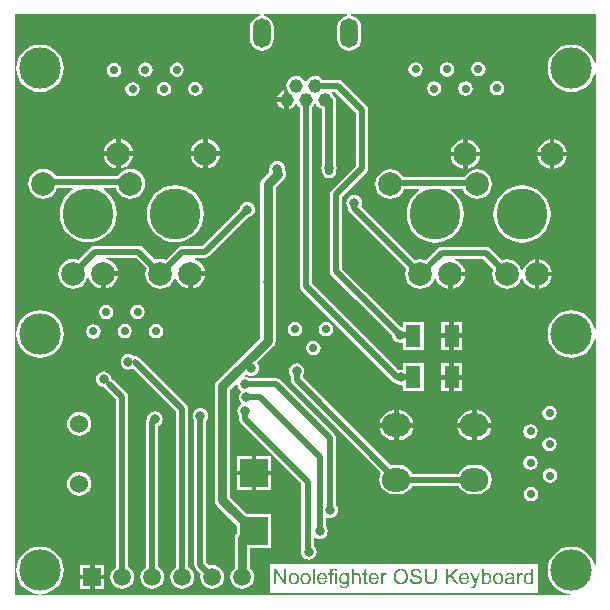
<source format=gtl>
%FSLAX25Y25*%
%MOIN*%
G70*
G01*
G75*
G04 Layer_Physical_Order=1*
G04 Layer_Color=255*
%ADD10R,0.04921X0.07284*%
%ADD11R,0.09252X0.09449*%
%ADD12C,0.02756*%
%ADD13C,0.03150*%
%ADD14C,0.01969*%
%ADD15C,0.05906*%
%ADD16R,0.05906X0.05906*%
%ADD17C,0.06000*%
%ADD18O,0.09449X0.07874*%
%ADD19C,0.07874*%
%ADD20O,0.05906X0.09843*%
%ADD21C,0.04528*%
%ADD22C,0.02756*%
%ADD23C,0.03150*%
%ADD24C,0.13780*%
%ADD25C,0.17000*%
G36*
X185367Y1791D02*
X184872Y1718D01*
X184475Y3028D01*
X183744Y4396D01*
X182760Y5595D01*
X181561Y6579D01*
X180193Y7310D01*
X178709Y7760D01*
X177165Y7912D01*
X175622Y7760D01*
X174137Y7310D01*
X172770Y6579D01*
X171571Y5595D01*
X170587Y4396D01*
X169855Y3028D01*
X169405Y1544D01*
X169253Y0D01*
X169405Y-1544D01*
X169855Y-3028D01*
X170587Y-4396D01*
X171571Y-5595D01*
X172770Y-6579D01*
X174137Y-7310D01*
X175622Y-7760D01*
X177165Y-7912D01*
X178709Y-7760D01*
X180193Y-7310D01*
X181561Y-6579D01*
X182760Y-5595D01*
X183744Y-4396D01*
X184475Y-3028D01*
X184872Y-1718D01*
X185367Y-1791D01*
Y-86791D01*
X184872Y-86865D01*
X184475Y-85555D01*
X183744Y-84187D01*
X182760Y-82988D01*
X181561Y-82004D01*
X180193Y-81273D01*
X178709Y-80823D01*
X177165Y-80671D01*
X175622Y-80823D01*
X174137Y-81273D01*
X172770Y-82004D01*
X171571Y-82988D01*
X170587Y-84187D01*
X169855Y-85555D01*
X169405Y-87039D01*
X169253Y-88583D01*
X169405Y-90126D01*
X169855Y-91610D01*
X170587Y-92978D01*
X171571Y-94177D01*
X172770Y-95161D01*
X174137Y-95893D01*
X175622Y-96343D01*
X177165Y-96495D01*
X178709Y-96343D01*
X180193Y-95893D01*
X181561Y-95161D01*
X182760Y-94177D01*
X183744Y-92978D01*
X184475Y-91610D01*
X184872Y-90301D01*
X185367Y-90374D01*
Y-165532D01*
X184872Y-165605D01*
X184475Y-164295D01*
X183744Y-162927D01*
X182760Y-161728D01*
X181561Y-160744D01*
X180193Y-160013D01*
X178709Y-159563D01*
X177165Y-159411D01*
X175622Y-159563D01*
X174137Y-160013D01*
X172770Y-160744D01*
X171571Y-161728D01*
X170587Y-162927D01*
X169855Y-164295D01*
X169405Y-165779D01*
X169253Y-167323D01*
X169405Y-168866D01*
X169855Y-170351D01*
X170587Y-171719D01*
X171571Y-172917D01*
X172770Y-173901D01*
X174137Y-174633D01*
X175622Y-175083D01*
X176744Y-175194D01*
X176720Y-175693D01*
X446D01*
X422Y-175214D01*
X422D01*
X421Y-175194D01*
X1544Y-175083D01*
X3028Y-174633D01*
X4396Y-173901D01*
X5595Y-172917D01*
X6579Y-171719D01*
X7310Y-170351D01*
X7760Y-168866D01*
X7912Y-167323D01*
X7760Y-165779D01*
X7310Y-164295D01*
X6579Y-162927D01*
X5595Y-161728D01*
X4396Y-160744D01*
X3028Y-160013D01*
X1544Y-159563D01*
X0Y-159411D01*
X-1544Y-159563D01*
X-3028Y-160013D01*
X-4396Y-160744D01*
X-5595Y-161728D01*
X-6579Y-162927D01*
X-7310Y-164295D01*
X-7760Y-165779D01*
X-7912Y-167323D01*
X-7760Y-168866D01*
X-7310Y-170351D01*
X-6579Y-171719D01*
X-5595Y-172917D01*
X-4396Y-173901D01*
X-3028Y-174633D01*
X-1544Y-175083D01*
X-421Y-175194D01*
X-446Y-175693D01*
X-8457D01*
Y18131D01*
X73311D01*
X73344Y17632D01*
X72988Y17585D01*
X72030Y17188D01*
X71208Y16557D01*
X70577Y15735D01*
X70180Y14777D01*
X70045Y13749D01*
Y9812D01*
X70180Y8785D01*
X70577Y7827D01*
X71208Y7005D01*
X72030Y6373D01*
X72988Y5977D01*
X74016Y5841D01*
X75043Y5977D01*
X76001Y6373D01*
X76824Y7005D01*
X77455Y7827D01*
X77851Y8785D01*
X77987Y9812D01*
Y13749D01*
X77851Y14777D01*
X77455Y15735D01*
X76824Y16557D01*
X76001Y17188D01*
X75043Y17585D01*
X74687Y17632D01*
X74720Y18131D01*
X102445D01*
X102478Y17632D01*
X102122Y17585D01*
X101164Y17188D01*
X100342Y16557D01*
X99711Y15735D01*
X99314Y14777D01*
X99179Y13749D01*
Y9812D01*
X99314Y8785D01*
X99711Y7827D01*
X100342Y7005D01*
X101164Y6373D01*
X102122Y5977D01*
X103150Y5841D01*
X104177Y5977D01*
X105135Y6373D01*
X105957Y7005D01*
X106589Y7827D01*
X106985Y8785D01*
X107121Y9812D01*
Y13749D01*
X106985Y14777D01*
X106589Y15735D01*
X105957Y16557D01*
X105135Y17188D01*
X104177Y17585D01*
X103821Y17632D01*
X103854Y18131D01*
X185367D01*
Y1791D01*
D02*
G37*
%LPC*%
G36*
X136458Y-103724D02*
X133800D01*
Y-107562D01*
X136458D01*
Y-103724D01*
D02*
G37*
G36*
X169912Y-112419D02*
X168990Y-112603D01*
X168209Y-113125D01*
X167687Y-113906D01*
X167503Y-114828D01*
X167687Y-115750D01*
X168209Y-116531D01*
X168990Y-117053D01*
X169912Y-117236D01*
X170834Y-117053D01*
X171615Y-116531D01*
X172137Y-115750D01*
X172320Y-114828D01*
X172137Y-113906D01*
X171615Y-113125D01*
X170834Y-112603D01*
X169912Y-112419D01*
D02*
G37*
G36*
X140690Y-103724D02*
X138033D01*
Y-107562D01*
X140690D01*
Y-103724D01*
D02*
G37*
G36*
X136458Y-98311D02*
X133800D01*
Y-102149D01*
X136458D01*
Y-98311D01*
D02*
G37*
G36*
X79082Y-30940D02*
X78414Y-31028D01*
X77792Y-31286D01*
X77257Y-31696D01*
X76847Y-32231D01*
X76589Y-32853D01*
X76501Y-33521D01*
Y-34402D01*
X74137Y-36767D01*
X73726Y-37302D01*
X73544Y-37742D01*
X73469Y-37924D01*
X73381Y-38592D01*
Y-71366D01*
Y-89801D01*
X59016Y-104165D01*
X58606Y-104700D01*
X58511Y-104930D01*
X58348Y-105322D01*
X58260Y-105990D01*
Y-143883D01*
X58348Y-144551D01*
X58499Y-144916D01*
X58606Y-145174D01*
X59016Y-145708D01*
X65764Y-152456D01*
Y-154718D01*
X65626Y-154857D01*
X65215Y-155391D01*
X65086Y-155702D01*
X64957Y-156014D01*
X64869Y-156682D01*
Y-166549D01*
X64643Y-166723D01*
X64012Y-167545D01*
X63615Y-168503D01*
X63480Y-169531D01*
X63615Y-170558D01*
X64012Y-171516D01*
X64643Y-172338D01*
X65465Y-172969D01*
X66423Y-173366D01*
X67451Y-173502D01*
X68478Y-173366D01*
X69436Y-172969D01*
X70258Y-172338D01*
X70890Y-171516D01*
X71286Y-170558D01*
X71422Y-169531D01*
X71286Y-168503D01*
X70890Y-167545D01*
X70258Y-166723D01*
X70032Y-166549D01*
Y-159896D01*
X76984D01*
Y-148478D01*
X69087D01*
X63423Y-142814D01*
Y-107059D01*
X65224Y-105258D01*
X65783Y-105332D01*
X65783D01*
X65783Y-105332D01*
X65783D01*
X65871Y-106000D01*
X66129Y-106622D01*
X66539Y-107157D01*
X67074Y-107567D01*
D01*
X66993Y-107849D01*
X66583Y-108384D01*
X66325Y-109007D01*
X66237Y-109675D01*
X66325Y-110343D01*
X66583Y-110965D01*
X66993Y-111500D01*
X67093Y-111841D01*
X66559Y-112251D01*
X66149Y-112785D01*
X65891Y-113408D01*
X65803Y-114076D01*
X65891Y-114744D01*
X66149Y-115367D01*
X66377Y-115664D01*
Y-116946D01*
X66530Y-117715D01*
X66965Y-118366D01*
X87188Y-138589D01*
Y-160460D01*
X87152Y-160546D01*
X87064Y-161214D01*
X87152Y-161882D01*
X87410Y-162505D01*
X87820Y-163039D01*
X88355Y-163450D01*
X88977Y-163707D01*
X89645Y-163795D01*
X90313Y-163707D01*
X90936Y-163450D01*
X91470Y-163039D01*
X91881Y-162505D01*
X92138Y-161882D01*
X92226Y-161214D01*
X92138Y-160546D01*
X91881Y-159924D01*
X91470Y-159389D01*
X91202Y-159183D01*
Y-156498D01*
X91650Y-156277D01*
X92019Y-156560D01*
X92641Y-156818D01*
X93309Y-156906D01*
X93977Y-156818D01*
X94600Y-156560D01*
X95135Y-156150D01*
X95545Y-155615D01*
X95802Y-154992D01*
X95890Y-154324D01*
X95802Y-153656D01*
X95545Y-153034D01*
X95217Y-152607D01*
Y-149911D01*
X95633Y-149633D01*
X96086Y-149820D01*
X96754Y-149908D01*
X97422Y-149820D01*
X98044Y-149563D01*
X98579Y-149152D01*
X98989Y-148618D01*
X99247Y-147995D01*
X99335Y-147327D01*
X99247Y-146659D01*
X98989Y-146037D01*
X98761Y-145739D01*
Y-123225D01*
X98633Y-122584D01*
X98608Y-122457D01*
X98173Y-121806D01*
X80279Y-103913D01*
X79628Y-103478D01*
X78860Y-103325D01*
X69952D01*
X69655Y-103096D01*
X69033Y-102839D01*
X68365Y-102751D01*
X68291Y-102191D01*
X68722Y-101760D01*
X69213Y-102137D01*
X69836Y-102395D01*
X70504Y-102483D01*
X71172Y-102395D01*
X71794Y-102137D01*
X72329Y-101727D01*
X72739Y-101193D01*
X72997Y-100570D01*
X73085Y-99902D01*
X72997Y-99234D01*
X72739Y-98611D01*
X72362Y-98120D01*
X77787Y-92695D01*
X77992Y-92428D01*
X78197Y-92160D01*
X78455Y-91538D01*
X78543Y-90870D01*
Y-71366D01*
Y-39661D01*
X81216Y-36988D01*
X81626Y-36454D01*
X81884Y-35831D01*
X81972Y-35163D01*
X81884Y-34495D01*
X81664Y-33962D01*
Y-33521D01*
X81576Y-32853D01*
X81318Y-32231D01*
X80907Y-31696D01*
X80373Y-31286D01*
X79750Y-31028D01*
X79082Y-30940D01*
D02*
G37*
G36*
X145620Y-113975D02*
Y-118151D01*
X150480D01*
X150415Y-117654D01*
X149919Y-116457D01*
X149130Y-115429D01*
X148102Y-114640D01*
X146905Y-114144D01*
X145620Y-113975D01*
D02*
G37*
G36*
X13058Y-114397D02*
X12018Y-114534D01*
X11049Y-114936D01*
X10216Y-115574D01*
X9578Y-116406D01*
X9176Y-117376D01*
X9039Y-118416D01*
X9176Y-119456D01*
X9578Y-120425D01*
X10216Y-121257D01*
X11049Y-121896D01*
X12018Y-122298D01*
X13058Y-122434D01*
X14098Y-122298D01*
X15067Y-121896D01*
X15900Y-121257D01*
X16538Y-120425D01*
X16940Y-119456D01*
X17077Y-118416D01*
X16940Y-117376D01*
X16538Y-116406D01*
X15900Y-115574D01*
X15067Y-114936D01*
X14098Y-114534D01*
X13058Y-114397D01*
D02*
G37*
G36*
X163535Y-118602D02*
X162613Y-118786D01*
X161832Y-119308D01*
X161310Y-120089D01*
X161126Y-121011D01*
X161310Y-121933D01*
X161832Y-122714D01*
X162613Y-123236D01*
X163535Y-123419D01*
X164457Y-123236D01*
X165238Y-122714D01*
X165760Y-121933D01*
X165944Y-121011D01*
X165760Y-120089D01*
X165238Y-119308D01*
X164457Y-118786D01*
X163535Y-118602D01*
D02*
G37*
G36*
X118061Y-113975D02*
X116777Y-114144D01*
X115579Y-114640D01*
X114551Y-115429D01*
X113762Y-116457D01*
X113267Y-117654D01*
X113201Y-118151D01*
X118061D01*
Y-113975D01*
D02*
G37*
G36*
X144045D02*
X142761Y-114144D01*
X141564Y-114640D01*
X140535Y-115429D01*
X139747Y-116457D01*
X139251Y-117654D01*
X139185Y-118151D01*
X144045D01*
Y-113975D01*
D02*
G37*
G36*
X119636D02*
Y-118151D01*
X124496D01*
X124431Y-117654D01*
X123935Y-116457D01*
X123146Y-115429D01*
X122118Y-114640D01*
X120921Y-114144D01*
X119636Y-113975D01*
D02*
G37*
G36*
X38739Y-85133D02*
X37818Y-85316D01*
X37036Y-85838D01*
X36514Y-86620D01*
X36331Y-87541D01*
X36514Y-88463D01*
X37036Y-89244D01*
X37818Y-89766D01*
X38739Y-89950D01*
X39661Y-89766D01*
X40442Y-89244D01*
X40964Y-88463D01*
X41148Y-87541D01*
X40964Y-86620D01*
X40442Y-85838D01*
X39661Y-85316D01*
X38739Y-85133D01*
D02*
G37*
G36*
X28292D02*
X27370Y-85316D01*
X26589Y-85838D01*
X26067Y-86620D01*
X25884Y-87541D01*
X26067Y-88463D01*
X26589Y-89244D01*
X27370Y-89766D01*
X28292Y-89950D01*
X29214Y-89766D01*
X29995Y-89244D01*
X30517Y-88463D01*
X30700Y-87541D01*
X30517Y-86620D01*
X29995Y-85838D01*
X29214Y-85316D01*
X28292Y-85133D01*
D02*
G37*
G36*
X84970Y-84470D02*
X84049Y-84654D01*
X83267Y-85176D01*
X82745Y-85957D01*
X82562Y-86879D01*
X82745Y-87801D01*
X83267Y-88582D01*
X84049Y-89104D01*
X84970Y-89287D01*
X85892Y-89104D01*
X86673Y-88582D01*
X87195Y-87801D01*
X87379Y-86879D01*
X87195Y-85957D01*
X86673Y-85176D01*
X85892Y-84654D01*
X84970Y-84470D01*
D02*
G37*
G36*
X136458Y-84531D02*
X133800D01*
Y-88370D01*
X136458D01*
Y-84531D01*
D02*
G37*
G36*
X95418Y-84470D02*
X94496Y-84654D01*
X93714Y-85176D01*
X93192Y-85957D01*
X93009Y-86879D01*
X93192Y-87801D01*
X93714Y-88582D01*
X94496Y-89104D01*
X95418Y-89287D01*
X96339Y-89104D01*
X97121Y-88582D01*
X97643Y-87801D01*
X97826Y-86879D01*
X97643Y-85957D01*
X97121Y-85176D01*
X96339Y-84654D01*
X95418Y-84470D01*
D02*
G37*
G36*
X17845Y-85272D02*
X16923Y-85456D01*
X16142Y-85978D01*
X15620Y-86759D01*
X15436Y-87681D01*
X15620Y-88602D01*
X16142Y-89384D01*
X16923Y-89906D01*
X17845Y-90089D01*
X18767Y-89906D01*
X19548Y-89384D01*
X20070Y-88602D01*
X20253Y-87681D01*
X20070Y-86759D01*
X19548Y-85978D01*
X18767Y-85456D01*
X17845Y-85272D01*
D02*
G37*
G36*
X0Y-80671D02*
X-1544Y-80823D01*
X-3028Y-81273D01*
X-4396Y-82004D01*
X-5595Y-82988D01*
X-6579Y-84187D01*
X-7310Y-85555D01*
X-7760Y-87039D01*
X-7912Y-88583D01*
X-7760Y-90126D01*
X-7310Y-91610D01*
X-6579Y-92978D01*
X-5595Y-94177D01*
X-4396Y-95161D01*
X-3028Y-95893D01*
X-1544Y-96343D01*
X0Y-96495D01*
X1544Y-96343D01*
X3028Y-95893D01*
X4396Y-95161D01*
X5595Y-94177D01*
X6579Y-92978D01*
X7310Y-91610D01*
X7760Y-90126D01*
X7912Y-88583D01*
X7760Y-87039D01*
X7310Y-85555D01*
X6579Y-84187D01*
X5595Y-82988D01*
X4396Y-82004D01*
X3028Y-81273D01*
X1544Y-80823D01*
X0Y-80671D01*
D02*
G37*
G36*
X140690Y-98311D02*
X138033D01*
Y-102149D01*
X140690D01*
Y-98311D01*
D02*
G37*
G36*
X91153Y-90847D02*
X90232Y-91031D01*
X89450Y-91553D01*
X88928Y-92334D01*
X88745Y-93256D01*
X88928Y-94178D01*
X89450Y-94959D01*
X90232Y-95481D01*
X91153Y-95664D01*
X92075Y-95481D01*
X92856Y-94959D01*
X93379Y-94178D01*
X93562Y-93256D01*
X93379Y-92334D01*
X92856Y-91553D01*
X92075Y-91031D01*
X91153Y-90847D01*
D02*
G37*
G36*
X140690Y-89944D02*
X138033D01*
Y-93783D01*
X140690D01*
Y-89944D01*
D02*
G37*
G36*
X136458D02*
X133800D01*
Y-93783D01*
X136458D01*
Y-89944D01*
D02*
G37*
G36*
X150480Y-119726D02*
X145620D01*
Y-123902D01*
X146905Y-123733D01*
X148102Y-123237D01*
X149130Y-122448D01*
X149919Y-121420D01*
X150415Y-120223D01*
X150480Y-119726D01*
D02*
G37*
G36*
X16663Y-165594D02*
X13514D01*
Y-168743D01*
X16663D01*
Y-165594D01*
D02*
G37*
G36*
X21388Y-170318D02*
X18238D01*
Y-173468D01*
X21388D01*
Y-170318D01*
D02*
G37*
G36*
Y-165594D02*
X18238D01*
Y-168743D01*
X21388D01*
Y-165594D01*
D02*
G37*
G36*
X13058Y-134397D02*
X12018Y-134534D01*
X11049Y-134935D01*
X10216Y-135574D01*
X9578Y-136406D01*
X9176Y-137376D01*
X9039Y-138416D01*
X9176Y-139456D01*
X9578Y-140425D01*
X10216Y-141257D01*
X11049Y-141896D01*
X12018Y-142297D01*
X13058Y-142434D01*
X14098Y-142297D01*
X15067Y-141896D01*
X15900Y-141257D01*
X16538Y-140425D01*
X16940Y-139456D01*
X17077Y-138416D01*
X16940Y-137376D01*
X16538Y-136406D01*
X15900Y-135574D01*
X15067Y-134935D01*
X14098Y-134534D01*
X13058Y-134397D01*
D02*
G37*
G36*
X163674Y-139497D02*
X162753Y-139680D01*
X161971Y-140202D01*
X161449Y-140984D01*
X161266Y-141905D01*
X161449Y-142827D01*
X161971Y-143609D01*
X162753Y-144131D01*
X163674Y-144314D01*
X164596Y-144131D01*
X165377Y-143609D01*
X165900Y-142827D01*
X166083Y-141905D01*
X165900Y-140984D01*
X165377Y-140202D01*
X164596Y-139680D01*
X163674Y-139497D01*
D02*
G37*
G36*
X16663Y-170318D02*
X13514D01*
Y-173468D01*
X16663D01*
Y-170318D01*
D02*
G37*
G36*
X21225Y-101035D02*
X20557Y-101122D01*
X19935Y-101380D01*
X19400Y-101791D01*
X18990Y-102325D01*
X18732Y-102948D01*
X18644Y-103616D01*
X18732Y-104284D01*
X18990Y-104906D01*
X19400Y-105441D01*
X19935Y-105851D01*
X20557Y-106109D01*
X21225Y-106197D01*
X21296Y-106187D01*
X21619Y-106671D01*
X25444Y-110496D01*
Y-166108D01*
X24643Y-166723D01*
X24012Y-167545D01*
X23615Y-168503D01*
X23480Y-169531D01*
X23615Y-170558D01*
X24012Y-171516D01*
X24643Y-172338D01*
X25465Y-172969D01*
X26423Y-173366D01*
X27451Y-173502D01*
X28478Y-173366D01*
X29436Y-172969D01*
X30259Y-172338D01*
X30890Y-171516D01*
X31286Y-170558D01*
X31422Y-169531D01*
X31286Y-168503D01*
X30890Y-167545D01*
X30259Y-166723D01*
X29458Y-166108D01*
Y-109664D01*
X29305Y-108896D01*
X28870Y-108245D01*
X24457Y-103833D01*
X23806Y-103398D01*
X23777Y-103392D01*
X23718Y-102948D01*
X23460Y-102325D01*
X23050Y-101791D01*
X22516Y-101380D01*
X21893Y-101122D01*
X21225Y-101035D01*
D02*
G37*
G36*
X165884Y-165273D02*
X76661D01*
Y-174854D01*
X165884D01*
Y-165273D01*
D02*
G37*
G36*
X38313Y-114303D02*
X37645Y-114391D01*
X37023Y-114648D01*
X36488Y-115059D01*
X36078Y-115593D01*
X35820Y-116216D01*
X35750Y-116748D01*
X35596Y-116978D01*
X35443Y-117746D01*
Y-166108D01*
X34643Y-166723D01*
X34012Y-167545D01*
X33615Y-168503D01*
X33480Y-169531D01*
X33615Y-170558D01*
X34012Y-171516D01*
X34643Y-172338D01*
X35465Y-172969D01*
X36423Y-173366D01*
X37451Y-173502D01*
X38478Y-173366D01*
X39436Y-172969D01*
X40258Y-172338D01*
X40890Y-171516D01*
X41286Y-170558D01*
X41422Y-169531D01*
X41286Y-168503D01*
X40890Y-167545D01*
X40258Y-166723D01*
X39458Y-166108D01*
Y-119179D01*
X39604Y-119119D01*
X40138Y-118709D01*
X40549Y-118174D01*
X40806Y-117552D01*
X40894Y-116884D01*
X40806Y-116216D01*
X40549Y-115593D01*
X40138Y-115059D01*
X39604Y-114648D01*
X38981Y-114391D01*
X38313Y-114303D01*
D02*
G37*
G36*
X53497Y-113248D02*
X52829Y-113336D01*
X52206Y-113594D01*
X51672Y-114004D01*
X51262Y-114539D01*
X51004Y-115161D01*
X50916Y-115829D01*
X51004Y-116497D01*
X51262Y-117120D01*
X51490Y-117417D01*
Y-165577D01*
X51490Y-165577D01*
X51490D01*
X51643Y-166345D01*
X52078Y-166996D01*
X53611Y-168530D01*
X53480Y-169531D01*
X53615Y-170558D01*
X54012Y-171516D01*
X54643Y-172338D01*
X55465Y-172969D01*
X56423Y-173366D01*
X57451Y-173502D01*
X58478Y-173366D01*
X59436Y-172969D01*
X60259Y-172338D01*
X60890Y-171516D01*
X61286Y-170558D01*
X61422Y-169531D01*
X61286Y-168503D01*
X60890Y-167545D01*
X60259Y-166723D01*
X59436Y-166092D01*
X58478Y-165695D01*
X57451Y-165560D01*
X56450Y-165691D01*
X55504Y-164745D01*
Y-117417D01*
X55732Y-117120D01*
X55990Y-116497D01*
X56078Y-115829D01*
X55990Y-115161D01*
X55732Y-114539D01*
X55322Y-114004D01*
X54787Y-113594D01*
X54165Y-113336D01*
X53497Y-113248D01*
D02*
G37*
G36*
X29444Y-95261D02*
X28776Y-95349D01*
X28153Y-95606D01*
X27619Y-96017D01*
X27209Y-96551D01*
X26951Y-97174D01*
X26863Y-97842D01*
X26951Y-98510D01*
X27209Y-99132D01*
X27619Y-99667D01*
X28153Y-100077D01*
X28776Y-100335D01*
X29444Y-100423D01*
X30112Y-100335D01*
X30735Y-100077D01*
X30876Y-99969D01*
X45443Y-114537D01*
Y-166108D01*
X44643Y-166723D01*
X44012Y-167545D01*
X43615Y-168503D01*
X43480Y-169531D01*
X43615Y-170558D01*
X44012Y-171516D01*
X44643Y-172338D01*
X45465Y-172969D01*
X46423Y-173366D01*
X47451Y-173502D01*
X48478Y-173366D01*
X49436Y-172969D01*
X50258Y-172338D01*
X50890Y-171516D01*
X51286Y-170558D01*
X51422Y-169531D01*
X51286Y-168503D01*
X50890Y-167545D01*
X50258Y-166723D01*
X49458Y-166108D01*
Y-113705D01*
X49330Y-113065D01*
X49305Y-112937D01*
X48870Y-112286D01*
X33047Y-96464D01*
X32396Y-96028D01*
X31628Y-95876D01*
X31197Y-95961D01*
X30735Y-95606D01*
X30112Y-95349D01*
X29444Y-95261D01*
D02*
G37*
G36*
X169912Y-122867D02*
X168990Y-123050D01*
X168209Y-123572D01*
X167687Y-124354D01*
X167503Y-125275D01*
X167687Y-126197D01*
X168209Y-126978D01*
X168990Y-127500D01*
X169912Y-127684D01*
X170834Y-127500D01*
X171615Y-126978D01*
X172137Y-126197D01*
X172320Y-125275D01*
X172137Y-124354D01*
X171615Y-123572D01*
X170834Y-123050D01*
X169912Y-122867D01*
D02*
G37*
G36*
X163535Y-129050D02*
X162613Y-129233D01*
X161832Y-129755D01*
X161310Y-130536D01*
X161126Y-131458D01*
X161310Y-132380D01*
X161832Y-133161D01*
X162613Y-133683D01*
X163535Y-133867D01*
X164457Y-133683D01*
X165238Y-133161D01*
X165760Y-132380D01*
X165944Y-131458D01*
X165760Y-130536D01*
X165238Y-129755D01*
X164457Y-129233D01*
X163535Y-129050D01*
D02*
G37*
G36*
X118061Y-119726D02*
X113201D01*
X113267Y-120223D01*
X113762Y-121420D01*
X114551Y-122448D01*
X115579Y-123237D01*
X116777Y-123733D01*
X118061Y-123902D01*
Y-119726D01*
D02*
G37*
G36*
X144045D02*
X139185D01*
X139251Y-120223D01*
X139747Y-121420D01*
X140535Y-122448D01*
X141564Y-123237D01*
X142761Y-123733D01*
X144045Y-123902D01*
Y-119726D01*
D02*
G37*
G36*
X124496D02*
X119636D01*
Y-123902D01*
X120921Y-123733D01*
X122118Y-123237D01*
X123146Y-122448D01*
X123935Y-121420D01*
X124431Y-120223D01*
X124496Y-119726D01*
D02*
G37*
G36*
X76984Y-129187D02*
X72162D01*
Y-134108D01*
X76984D01*
Y-129187D01*
D02*
G37*
G36*
X70587Y-135683D02*
X65764D01*
Y-140604D01*
X70587D01*
Y-135683D01*
D02*
G37*
G36*
X85568Y-98291D02*
X84900Y-98379D01*
X84278Y-98637D01*
X83743Y-99047D01*
X83333Y-99581D01*
X83075Y-100204D01*
X82987Y-100872D01*
X83075Y-101540D01*
X83333Y-102163D01*
X83618Y-102534D01*
Y-103826D01*
X83618Y-103826D01*
X83618D01*
X83771Y-104594D01*
X84206Y-105245D01*
X113694Y-134732D01*
X113267Y-135764D01*
X113098Y-137049D01*
X113267Y-138333D01*
X113762Y-139531D01*
X114551Y-140559D01*
X115579Y-141347D01*
X116777Y-141843D01*
X118061Y-142012D01*
X119636D01*
X120921Y-141843D01*
X122118Y-141347D01*
X123146Y-140559D01*
X123935Y-139531D01*
X124131Y-139056D01*
X139550D01*
X139747Y-139531D01*
X140535Y-140559D01*
X141564Y-141347D01*
X142761Y-141843D01*
X144045Y-142012D01*
X145620D01*
X146905Y-141843D01*
X148102Y-141347D01*
X149130Y-140559D01*
X149919Y-139531D01*
X150415Y-138333D01*
X150584Y-137049D01*
X150415Y-135764D01*
X149919Y-134567D01*
X149130Y-133539D01*
X148102Y-132750D01*
X146905Y-132254D01*
X145620Y-132085D01*
X144045D01*
X142761Y-132254D01*
X141564Y-132750D01*
X140535Y-133539D01*
X139747Y-134567D01*
X139550Y-135042D01*
X124131D01*
X123935Y-134567D01*
X123146Y-133539D01*
X122118Y-132750D01*
X120921Y-132254D01*
X119636Y-132085D01*
X118061D01*
X116879Y-132241D01*
X87633Y-102994D01*
Y-102386D01*
X87804Y-102163D01*
X88062Y-101540D01*
X88150Y-100872D01*
X88062Y-100204D01*
X87804Y-99581D01*
X87394Y-99047D01*
X86859Y-98637D01*
X86237Y-98379D01*
X85568Y-98291D01*
D02*
G37*
G36*
X76984Y-135683D02*
X72162D01*
Y-140604D01*
X76984D01*
Y-135683D01*
D02*
G37*
G36*
X70587Y-129187D02*
X65764D01*
Y-134108D01*
X70587D01*
Y-129187D01*
D02*
G37*
G36*
X170052Y-133314D02*
X169130Y-133497D01*
X168349Y-134019D01*
X167826Y-134801D01*
X167643Y-135722D01*
X167826Y-136644D01*
X168349Y-137425D01*
X169130Y-137948D01*
X170052Y-138131D01*
X170973Y-137948D01*
X171755Y-137425D01*
X172277Y-136644D01*
X172460Y-135722D01*
X172277Y-134801D01*
X171755Y-134019D01*
X170973Y-133497D01*
X170052Y-133314D01*
D02*
G37*
G36*
X140690Y-84531D02*
X138033D01*
Y-88370D01*
X140690D01*
Y-84531D01*
D02*
G37*
G36*
X81496Y-7291D02*
X81436Y-7299D01*
X80646Y-7626D01*
X79967Y-8147D01*
X79446Y-8825D01*
X79119Y-9615D01*
X79111Y-9676D01*
X81496D01*
Y-7291D01*
D02*
G37*
G36*
Y-11251D02*
X79111D01*
X79119Y-11311D01*
X79446Y-12101D01*
X79967Y-12780D01*
X80646Y-13300D01*
X81436Y-13628D01*
X81496Y-13636D01*
Y-11251D01*
D02*
G37*
G36*
X30919Y-4541D02*
X29998Y-4724D01*
X29216Y-5246D01*
X28694Y-6028D01*
X28511Y-6949D01*
X28694Y-7871D01*
X29216Y-8652D01*
X29998Y-9174D01*
X30919Y-9358D01*
X31841Y-9174D01*
X32622Y-8652D01*
X33144Y-7871D01*
X33328Y-6949D01*
X33144Y-6028D01*
X32622Y-5246D01*
X31841Y-4724D01*
X30919Y-4541D01*
D02*
G37*
G36*
X51814Y-4401D02*
X50892Y-4585D01*
X50111Y-5107D01*
X49589Y-5888D01*
X49405Y-6810D01*
X49589Y-7732D01*
X50111Y-8513D01*
X50892Y-9035D01*
X51814Y-9218D01*
X52736Y-9035D01*
X53517Y-8513D01*
X54039Y-7732D01*
X54222Y-6810D01*
X54039Y-5888D01*
X53517Y-5107D01*
X52736Y-4585D01*
X51814Y-4401D01*
D02*
G37*
G36*
X41366D02*
X40445Y-4585D01*
X39663Y-5107D01*
X39141Y-5888D01*
X38958Y-6810D01*
X39141Y-7732D01*
X39663Y-8513D01*
X40445Y-9035D01*
X41366Y-9218D01*
X42288Y-9035D01*
X43070Y-8513D01*
X43592Y-7732D01*
X43775Y-6810D01*
X43592Y-5888D01*
X43070Y-5107D01*
X42288Y-4585D01*
X41366Y-4401D01*
D02*
G37*
G36*
X55945Y-23556D02*
Y-27629D01*
X60018D01*
X59952Y-27132D01*
X59457Y-25934D01*
X58668Y-24906D01*
X57640Y-24117D01*
X56443Y-23622D01*
X55945Y-23556D01*
D02*
G37*
G36*
X171500Y-23705D02*
Y-27778D01*
X175573D01*
X175507Y-27280D01*
X175012Y-26083D01*
X174223Y-25055D01*
X173195Y-24266D01*
X171998Y-23770D01*
X171500Y-23705D01*
D02*
G37*
G36*
X169925D02*
X169428Y-23770D01*
X168231Y-24266D01*
X167203Y-25055D01*
X166414Y-26083D01*
X165918Y-27280D01*
X165853Y-27778D01*
X169925D01*
Y-23705D01*
D02*
G37*
G36*
X25294Y-23556D02*
X24797Y-23622D01*
X23600Y-24117D01*
X22572Y-24906D01*
X21783Y-25934D01*
X21287Y-27132D01*
X21222Y-27629D01*
X25294D01*
Y-23556D01*
D02*
G37*
G36*
X54370D02*
X53873Y-23622D01*
X52676Y-24117D01*
X51648Y-24906D01*
X50859Y-25934D01*
X50363Y-27132D01*
X50298Y-27629D01*
X54370D01*
Y-23556D01*
D02*
G37*
G36*
X26869D02*
Y-27629D01*
X30942D01*
X30876Y-27132D01*
X30380Y-25934D01*
X29592Y-24906D01*
X28563Y-24117D01*
X27366Y-23622D01*
X26869Y-23556D01*
D02*
G37*
G36*
X45631Y1976D02*
X44709Y1792D01*
X43928Y1270D01*
X43406Y489D01*
X43222Y-433D01*
X43406Y-1354D01*
X43928Y-2136D01*
X44709Y-2658D01*
X45631Y-2841D01*
X46553Y-2658D01*
X47334Y-2136D01*
X47856Y-1354D01*
X48039Y-433D01*
X47856Y489D01*
X47334Y1270D01*
X46553Y1792D01*
X45631Y1976D01*
D02*
G37*
G36*
X35184D02*
X34262Y1792D01*
X33480Y1270D01*
X32958Y489D01*
X32775Y-433D01*
X32958Y-1354D01*
X33480Y-2136D01*
X34262Y-2658D01*
X35184Y-2841D01*
X36105Y-2658D01*
X36887Y-2136D01*
X37409Y-1354D01*
X37592Y-433D01*
X37409Y489D01*
X36887Y1270D01*
X36105Y1792D01*
X35184Y1976D01*
D02*
G37*
G36*
X125237Y2052D02*
X124315Y1869D01*
X123534Y1347D01*
X123012Y565D01*
X122828Y-357D01*
X123012Y-1278D01*
X123534Y-2060D01*
X124315Y-2582D01*
X125237Y-2765D01*
X126158Y-2582D01*
X126940Y-2060D01*
X127462Y-1278D01*
X127645Y-357D01*
X127462Y565D01*
X126940Y1347D01*
X126158Y1869D01*
X125237Y2052D01*
D02*
G37*
G36*
X146131Y2191D02*
X145210Y2008D01*
X144428Y1486D01*
X143906Y705D01*
X143723Y-217D01*
X143906Y-1139D01*
X144428Y-1920D01*
X145210Y-2442D01*
X146131Y-2626D01*
X147053Y-2442D01*
X147835Y-1920D01*
X148357Y-1139D01*
X148540Y-217D01*
X148357Y705D01*
X147835Y1486D01*
X147053Y2008D01*
X146131Y2191D01*
D02*
G37*
G36*
X135684Y2052D02*
X134762Y1869D01*
X133981Y1347D01*
X133459Y565D01*
X133276Y-357D01*
X133459Y-1278D01*
X133981Y-2060D01*
X134762Y-2582D01*
X135684Y-2765D01*
X136606Y-2582D01*
X137387Y-2060D01*
X137909Y-1278D01*
X138093Y-357D01*
X137909Y565D01*
X137387Y1347D01*
X136606Y1869D01*
X135684Y2052D01*
D02*
G37*
G36*
X24736Y1836D02*
X23814Y1653D01*
X23033Y1131D01*
X22511Y349D01*
X22328Y-572D01*
X22511Y-1494D01*
X23033Y-2275D01*
X23814Y-2798D01*
X24736Y-2981D01*
X25658Y-2798D01*
X26439Y-2275D01*
X26961Y-1494D01*
X27145Y-572D01*
X26961Y349D01*
X26439Y1131D01*
X25658Y1653D01*
X24736Y1836D01*
D02*
G37*
G36*
X141867Y-4325D02*
X140945Y-4508D01*
X140164Y-5031D01*
X139642Y-5812D01*
X139459Y-6734D01*
X139642Y-7655D01*
X140164Y-8437D01*
X140945Y-8959D01*
X141867Y-9142D01*
X142789Y-8959D01*
X143570Y-8437D01*
X144092Y-7655D01*
X144276Y-6734D01*
X144092Y-5812D01*
X143570Y-5031D01*
X142789Y-4508D01*
X141867Y-4325D01*
D02*
G37*
G36*
X131420D02*
X130498Y-4508D01*
X129717Y-5031D01*
X129195Y-5812D01*
X129011Y-6734D01*
X129195Y-7655D01*
X129717Y-8437D01*
X130498Y-8959D01*
X131420Y-9142D01*
X132342Y-8959D01*
X133123Y-8437D01*
X133645Y-7655D01*
X133828Y-6734D01*
X133645Y-5812D01*
X133123Y-5031D01*
X132342Y-4508D01*
X131420Y-4325D01*
D02*
G37*
G36*
X152314Y-4186D02*
X151393Y-4369D01*
X150611Y-4891D01*
X150089Y-5672D01*
X149906Y-6594D01*
X150089Y-7516D01*
X150611Y-8297D01*
X151393Y-8819D01*
X152314Y-9003D01*
X153236Y-8819D01*
X154018Y-8297D01*
X154540Y-7516D01*
X154723Y-6594D01*
X154540Y-5672D01*
X154018Y-4891D01*
X153236Y-4369D01*
X152314Y-4186D01*
D02*
G37*
G36*
X91732Y-2463D02*
X90884Y-2574D01*
X90094Y-2902D01*
X89416Y-3422D01*
X88895Y-4101D01*
X88833Y-4251D01*
X88333D01*
X88270Y-4101D01*
X87750Y-3422D01*
X87071Y-2902D01*
X86281Y-2574D01*
X85433Y-2463D01*
X84585Y-2574D01*
X83795Y-2902D01*
X83117Y-3422D01*
X82596Y-4101D01*
X82269Y-4891D01*
X82157Y-5739D01*
X82269Y-6587D01*
X82348Y-6779D01*
X82098Y-7211D01*
X82284Y-7187D01*
X82530Y-7220D01*
X82596Y-7377D01*
X83071Y-7996D01*
Y-10464D01*
Y-13636D01*
X83131Y-13628D01*
X83921Y-13300D01*
X84600Y-12780D01*
X85121Y-12101D01*
X85183Y-11951D01*
X85683D01*
X85746Y-12101D01*
X86266Y-12780D01*
X86576Y-13017D01*
Y-72416D01*
X86576Y-72416D01*
X86576D01*
X86728Y-73184D01*
X87164Y-73835D01*
X117717Y-104388D01*
X118368Y-104824D01*
X118478Y-104845D01*
X118946Y-105204D01*
X119569Y-105462D01*
X120237Y-105550D01*
X120629Y-105499D01*
X121005Y-105828D01*
Y-107562D01*
X127895D01*
Y-98311D01*
X121005D01*
Y-100110D01*
X120629Y-100440D01*
X120237Y-100388D01*
X119569Y-100476D01*
X119507Y-100502D01*
X90590Y-71584D01*
Y-13017D01*
X90899Y-12780D01*
X91420Y-12101D01*
X91482Y-11951D01*
X91982D01*
X92045Y-12101D01*
X92565Y-12780D01*
X93244Y-13300D01*
X94033Y-13627D01*
Y-32305D01*
X93875Y-32688D01*
X93787Y-33356D01*
X93875Y-34024D01*
X94118Y-34612D01*
X94217Y-35108D01*
X94739Y-35889D01*
X95520Y-36411D01*
X96442Y-36595D01*
X97364Y-36411D01*
X98145Y-35889D01*
X98667Y-35108D01*
X98850Y-34186D01*
Y-34050D01*
X98861Y-34024D01*
X98949Y-33356D01*
X98861Y-32688D01*
X98850Y-32662D01*
Y-10934D01*
X98667Y-10012D01*
X98145Y-9231D01*
X97771Y-8857D01*
X97714Y-8819D01*
X97198Y-8147D01*
X97334Y-7746D01*
X98407D01*
X105450Y-14789D01*
Y-32423D01*
X97260Y-40612D01*
X96825Y-41263D01*
X96672Y-42031D01*
Y-67623D01*
X96672Y-67623D01*
X96672D01*
X96825Y-68392D01*
X97260Y-69043D01*
X105457Y-77240D01*
X105457D01*
X105457Y-77240D01*
X105457Y-77240D01*
Y-77240D01*
X105633Y-77357D01*
X117414Y-89138D01*
X117463Y-89510D01*
X117720Y-90132D01*
X118131Y-90667D01*
X118665Y-91077D01*
X119288Y-91335D01*
X119956Y-91423D01*
X120624Y-91335D01*
X121005Y-91590D01*
Y-93783D01*
X127895D01*
Y-84531D01*
X121005D01*
Y-86094D01*
X120624Y-86349D01*
X120252Y-86300D01*
X108354Y-74401D01*
X108178Y-74284D01*
X100686Y-66792D01*
Y-42863D01*
X108876Y-34673D01*
X109311Y-34022D01*
X109336Y-33895D01*
X109464Y-33254D01*
Y-13957D01*
X109336Y-13317D01*
X109311Y-13189D01*
X108876Y-12538D01*
X100657Y-4320D01*
X100006Y-3884D01*
X99238Y-3732D01*
X94286D01*
X94049Y-3422D01*
X93370Y-2902D01*
X92580Y-2574D01*
X91732Y-2463D01*
D02*
G37*
G36*
X0Y7912D02*
X-1544Y7760D01*
X-3028Y7310D01*
X-4396Y6579D01*
X-5595Y5595D01*
X-6579Y4396D01*
X-7310Y3028D01*
X-7760Y1544D01*
X-7912Y0D01*
X-7760Y-1544D01*
X-7310Y-3028D01*
X-6579Y-4396D01*
X-5595Y-5595D01*
X-4396Y-6579D01*
X-3028Y-7310D01*
X-1544Y-7760D01*
X0Y-7912D01*
X1544Y-7760D01*
X3028Y-7310D01*
X4396Y-6579D01*
X5595Y-5595D01*
X6579Y-4396D01*
X7310Y-3028D01*
X7760Y-1544D01*
X7912Y0D01*
X7760Y1544D01*
X7310Y3028D01*
X6579Y4396D01*
X5595Y5595D01*
X4396Y6579D01*
X3028Y7310D01*
X1544Y7760D01*
X0Y7912D01*
D02*
G37*
G36*
X142568Y-23705D02*
Y-27778D01*
X146641D01*
X146576Y-27280D01*
X146080Y-26083D01*
X145291Y-25055D01*
X144263Y-24266D01*
X143066Y-23770D01*
X142568Y-23705D01*
D02*
G37*
G36*
X166500Y-63705D02*
Y-67778D01*
X170573D01*
X170508Y-67280D01*
X170012Y-66083D01*
X169223Y-65055D01*
X168195Y-64266D01*
X166998Y-63770D01*
X166500Y-63705D01*
D02*
G37*
G36*
X55018Y-69204D02*
X50945D01*
Y-73276D01*
X51443Y-73211D01*
X52640Y-72715D01*
X53668Y-71926D01*
X54457Y-70898D01*
X54953Y-69701D01*
X55018Y-69204D01*
D02*
G37*
G36*
X69083Y-44495D02*
X68415Y-44583D01*
X67792Y-44841D01*
X67257Y-45251D01*
X66847Y-45786D01*
X66589Y-46408D01*
X66560Y-46633D01*
X54072Y-59121D01*
X47447D01*
X46678Y-59273D01*
X46027Y-59708D01*
X41917Y-63818D01*
X41443Y-63622D01*
X40158Y-63453D01*
X38873Y-63622D01*
X38398Y-63818D01*
X34229Y-59649D01*
X33578Y-59214D01*
X32810Y-59061D01*
X18430D01*
X17789Y-59188D01*
X17662Y-59214D01*
X17011Y-59649D01*
X12841Y-63818D01*
X12366Y-63622D01*
X11082Y-63453D01*
X9797Y-63622D01*
X8600Y-64117D01*
X7572Y-64906D01*
X6783Y-65934D01*
X6287Y-67132D01*
X6118Y-68416D01*
X6287Y-69701D01*
X6783Y-70898D01*
X7572Y-71926D01*
X8600Y-72715D01*
X9797Y-73211D01*
X11082Y-73380D01*
X12366Y-73211D01*
X13564Y-72715D01*
X14592Y-71926D01*
X15380Y-70898D01*
X15832Y-69809D01*
X15876D01*
Y-69809D01*
D01*
D01*
X15876D01*
X16287D01*
Y-69809D01*
X16332D01*
X16783Y-70898D01*
X17572Y-71926D01*
X18600Y-72715D01*
X19797Y-73211D01*
X20294Y-73276D01*
Y-68415D01*
X21081D01*
Y-67629D01*
X25942D01*
X25876Y-67132D01*
X25380Y-65934D01*
X24591Y-64906D01*
X23563Y-64117D01*
X22366Y-63622D01*
X22004Y-63574D01*
X22036Y-63075D01*
X31978D01*
X35560Y-66657D01*
X35363Y-67132D01*
X35194Y-68416D01*
X35363Y-69701D01*
X35859Y-70898D01*
X36648Y-71926D01*
X37676Y-72715D01*
X38873Y-73211D01*
X40158Y-73380D01*
X41443Y-73211D01*
X42640Y-72715D01*
X43668Y-71926D01*
X44457Y-70898D01*
X44908Y-69809D01*
X44952D01*
Y-69809D01*
D01*
D01*
X44953D01*
X45363D01*
Y-69809D01*
X45408D01*
X45859Y-70898D01*
X46648Y-71926D01*
X47676Y-72715D01*
X48873Y-73211D01*
X49371Y-73276D01*
Y-68415D01*
X50157D01*
Y-67629D01*
X55018D01*
X54953Y-67132D01*
X54457Y-65934D01*
X53668Y-64906D01*
X52640Y-64117D01*
X51451Y-63625D01*
X51548Y-63135D01*
X54903D01*
X55672Y-62982D01*
X56323Y-62547D01*
X69232Y-49638D01*
X69751Y-49569D01*
X70373Y-49312D01*
X70908Y-48901D01*
X71318Y-48367D01*
X71576Y-47744D01*
X71664Y-47076D01*
X71576Y-46408D01*
X71318Y-45786D01*
X70908Y-45251D01*
X70373Y-44841D01*
X69751Y-44583D01*
X69083Y-44495D01*
D02*
G37*
G36*
X45158Y-38886D02*
X43299Y-39069D01*
X41511Y-39612D01*
X39863Y-40492D01*
X38419Y-41677D01*
X37234Y-43122D01*
X36353Y-44769D01*
X35811Y-46557D01*
X35628Y-48416D01*
X35811Y-50275D01*
X36353Y-52063D01*
X37234Y-53711D01*
X38419Y-55155D01*
X39863Y-56340D01*
X41511Y-57221D01*
X43299Y-57763D01*
X45158Y-57946D01*
X47017Y-57763D01*
X48805Y-57221D01*
X50453Y-56340D01*
X51897Y-55155D01*
X53082Y-53711D01*
X53963Y-52063D01*
X54505Y-50275D01*
X54688Y-48416D01*
X54505Y-46557D01*
X53963Y-44769D01*
X53082Y-43122D01*
X51897Y-41677D01*
X50453Y-40492D01*
X48805Y-39612D01*
X47017Y-39069D01*
X45158Y-38886D01*
D02*
G37*
G36*
X160713Y-39035D02*
X158854Y-39218D01*
X157066Y-39760D01*
X155418Y-40641D01*
X153974Y-41826D01*
X152789Y-43270D01*
X151908Y-44918D01*
X151366Y-46706D01*
X151183Y-48565D01*
X151366Y-50424D01*
X151908Y-52212D01*
X152789Y-53860D01*
X153974Y-55304D01*
X155418Y-56489D01*
X157066Y-57370D01*
X158854Y-57912D01*
X160713Y-58095D01*
X162572Y-57912D01*
X164360Y-57370D01*
X166008Y-56489D01*
X167452Y-55304D01*
X168637Y-53860D01*
X169518Y-52212D01*
X170060Y-50424D01*
X170243Y-48565D01*
X170060Y-46706D01*
X169518Y-44918D01*
X168637Y-43270D01*
X167452Y-41826D01*
X166008Y-40641D01*
X164360Y-39760D01*
X162572Y-39218D01*
X160713Y-39035D01*
D02*
G37*
G36*
X25942Y-69204D02*
X21869D01*
Y-73276D01*
X22366Y-73211D01*
X23563Y-72715D01*
X24591Y-71926D01*
X25380Y-70898D01*
X25876Y-69701D01*
X25942Y-69204D01*
D02*
G37*
G36*
X32556Y-78756D02*
X31635Y-78939D01*
X30853Y-79461D01*
X30331Y-80243D01*
X30148Y-81164D01*
X30331Y-82086D01*
X30853Y-82867D01*
X31635Y-83389D01*
X32556Y-83573D01*
X33478Y-83389D01*
X34259Y-82867D01*
X34782Y-82086D01*
X34965Y-81164D01*
X34782Y-80243D01*
X34259Y-79461D01*
X33478Y-78939D01*
X32556Y-78756D01*
D02*
G37*
G36*
X22109D02*
X21187Y-78939D01*
X20406Y-79461D01*
X19884Y-80243D01*
X19701Y-81164D01*
X19884Y-82086D01*
X20406Y-82867D01*
X21187Y-83389D01*
X22109Y-83573D01*
X23031Y-83389D01*
X23812Y-82867D01*
X24334Y-82086D01*
X24518Y-81164D01*
X24334Y-80243D01*
X23812Y-79461D01*
X23031Y-78939D01*
X22109Y-78756D01*
D02*
G37*
G36*
X141641Y-69352D02*
X137568D01*
Y-73425D01*
X138066Y-73360D01*
X139263Y-72864D01*
X140291Y-72075D01*
X141080Y-71047D01*
X141576Y-69850D01*
X141641Y-69352D01*
D02*
G37*
G36*
X170573D02*
X166500D01*
Y-73425D01*
X166998Y-73360D01*
X168195Y-72864D01*
X169223Y-72075D01*
X170012Y-71047D01*
X170508Y-69850D01*
X170573Y-69352D01*
D02*
G37*
G36*
X104735Y-42195D02*
X104067Y-42283D01*
X103444Y-42541D01*
X102910Y-42951D01*
X102499Y-43485D01*
X102242Y-44108D01*
X102154Y-44776D01*
X102242Y-45444D01*
X102499Y-46067D01*
X102670Y-46288D01*
X102641Y-46432D01*
X102794Y-47200D01*
X103229Y-47851D01*
X122183Y-66805D01*
X121986Y-67280D01*
X121817Y-68565D01*
X121986Y-69850D01*
X122482Y-71047D01*
X123271Y-72075D01*
X124299Y-72864D01*
X125496Y-73360D01*
X126781Y-73529D01*
X128066Y-73360D01*
X129263Y-72864D01*
X130291Y-72075D01*
X131080Y-71047D01*
X131531Y-69957D01*
X131576D01*
Y-69957D01*
X131847D01*
X132101Y-70127D01*
X132482Y-71047D01*
X133271Y-72075D01*
X134299Y-72864D01*
X135496Y-73360D01*
X135994Y-73425D01*
Y-68564D01*
X136780D01*
Y-67778D01*
X141641D01*
X141576Y-67280D01*
X141080Y-66083D01*
X140291Y-65055D01*
X139263Y-64266D01*
X138332Y-63881D01*
X138429Y-63390D01*
X147700D01*
X151115Y-66805D01*
X150918Y-67280D01*
X150749Y-68565D01*
X150918Y-69850D01*
X151414Y-71047D01*
X152203Y-72075D01*
X153231Y-72864D01*
X154428Y-73360D01*
X155713Y-73529D01*
X156998Y-73360D01*
X158195Y-72864D01*
X159223Y-72075D01*
X160012Y-71047D01*
X160463Y-69957D01*
X160508D01*
Y-69957D01*
X160779D01*
X161033Y-70127D01*
X161414Y-71047D01*
X162203Y-72075D01*
X163231Y-72864D01*
X164428Y-73360D01*
X164926Y-73425D01*
Y-68566D01*
Y-63705D01*
X164428Y-63770D01*
X163231Y-64266D01*
X162203Y-65055D01*
X161414Y-66083D01*
X160963Y-67173D01*
X160918D01*
Y-67173D01*
X160508D01*
X160508D01*
D01*
D01*
Y-67173D01*
D01*
X160463D01*
X160012Y-66083D01*
X159223Y-65055D01*
X158195Y-64266D01*
X156998Y-63770D01*
X155713Y-63601D01*
X154428Y-63770D01*
X153953Y-63967D01*
X149950Y-59964D01*
X149299Y-59529D01*
X148531Y-59376D01*
X133963D01*
X133195Y-59529D01*
X132544Y-59964D01*
X128541Y-63967D01*
X128066Y-63770D01*
X126781Y-63601D01*
X125496Y-63770D01*
X125022Y-63967D01*
X107014Y-45960D01*
X107228Y-45444D01*
X107316Y-44776D01*
X107228Y-44108D01*
X106970Y-43485D01*
X106560Y-42951D01*
X106025Y-42541D01*
X105403Y-42283D01*
X104735Y-42195D01*
D02*
G37*
G36*
X30942Y-29204D02*
X26869D01*
Y-33276D01*
X27366Y-33211D01*
X28563Y-32715D01*
X29592Y-31926D01*
X30380Y-30898D01*
X30876Y-29701D01*
X30942Y-29204D01*
D02*
G37*
G36*
X25294D02*
X21222D01*
X21287Y-29701D01*
X21783Y-30898D01*
X22572Y-31926D01*
X23600Y-32715D01*
X24797Y-33211D01*
X25294Y-33276D01*
Y-29204D01*
D02*
G37*
G36*
X54370D02*
X50298D01*
X50363Y-29701D01*
X50859Y-30898D01*
X51648Y-31926D01*
X52676Y-32715D01*
X53873Y-33211D01*
X54370Y-33276D01*
Y-29204D01*
D02*
G37*
G36*
X140994Y-23705D02*
X140496Y-23770D01*
X139299Y-24266D01*
X138271Y-25055D01*
X137482Y-26083D01*
X136986Y-27280D01*
X136921Y-27778D01*
X140994D01*
Y-23705D01*
D02*
G37*
G36*
X60018Y-29204D02*
X55945D01*
Y-33276D01*
X56443Y-33211D01*
X57640Y-32715D01*
X58668Y-31926D01*
X59457Y-30898D01*
X59952Y-29701D01*
X60018Y-29204D01*
D02*
G37*
G36*
X175573Y-29352D02*
X171500D01*
Y-33425D01*
X171998Y-33360D01*
X173195Y-32864D01*
X174223Y-32075D01*
X175012Y-31047D01*
X175507Y-29850D01*
X175573Y-29352D01*
D02*
G37*
G36*
X30158Y-33452D02*
X28873Y-33622D01*
X27676Y-34117D01*
X26648Y-34906D01*
X25859Y-35934D01*
X25857Y-35941D01*
X5383D01*
X5380Y-35934D01*
X4592Y-34906D01*
X3563Y-34117D01*
X2366Y-33622D01*
X1082Y-33452D01*
X-203Y-33622D01*
X-1400Y-34117D01*
X-2428Y-34906D01*
X-3217Y-35934D01*
X-3713Y-37132D01*
X-3882Y-38416D01*
X-3713Y-39701D01*
X-3217Y-40898D01*
X-2428Y-41926D01*
X-1400Y-42715D01*
X-203Y-43211D01*
X1082Y-43380D01*
X2366Y-43211D01*
X3563Y-42715D01*
X4592Y-41926D01*
X5380Y-40898D01*
X5771Y-39955D01*
X10763D01*
X10885Y-40440D01*
X10787Y-40492D01*
X9343Y-41677D01*
X8158Y-43122D01*
X7277Y-44769D01*
X6735Y-46557D01*
X6551Y-48416D01*
X6735Y-50275D01*
X7277Y-52063D01*
X8158Y-53711D01*
X9343Y-55155D01*
X10787Y-56340D01*
X12435Y-57221D01*
X14222Y-57763D01*
X16082Y-57946D01*
X17941Y-57763D01*
X19729Y-57221D01*
X21376Y-56340D01*
X22820Y-55155D01*
X24006Y-53711D01*
X24886Y-52063D01*
X25429Y-50275D01*
X25612Y-48416D01*
X25429Y-46557D01*
X24886Y-44769D01*
X24006Y-43122D01*
X22820Y-41677D01*
X21376Y-40492D01*
X21278Y-40440D01*
X21400Y-39955D01*
X25469D01*
X25859Y-40898D01*
X26648Y-41926D01*
X27676Y-42715D01*
X28873Y-43211D01*
X30158Y-43380D01*
X31443Y-43211D01*
X32640Y-42715D01*
X33668Y-41926D01*
X34457Y-40898D01*
X34953Y-39701D01*
X35122Y-38416D01*
X34953Y-37132D01*
X34457Y-35934D01*
X33668Y-34906D01*
X32640Y-34117D01*
X31443Y-33622D01*
X30158Y-33452D01*
D02*
G37*
G36*
X145713Y-33601D02*
X144428Y-33770D01*
X143231Y-34266D01*
X142203Y-35055D01*
X141414Y-36083D01*
X141412Y-36089D01*
X121082D01*
X121080Y-36083D01*
X120291Y-35055D01*
X119263Y-34266D01*
X118066Y-33770D01*
X116781Y-33601D01*
X115496Y-33770D01*
X114299Y-34266D01*
X113271Y-35055D01*
X112482Y-36083D01*
X111986Y-37280D01*
X111817Y-38565D01*
X111986Y-39850D01*
X112482Y-41047D01*
X113271Y-42075D01*
X114299Y-42864D01*
X115496Y-43360D01*
X116781Y-43529D01*
X118066Y-43360D01*
X119263Y-42864D01*
X120291Y-42075D01*
X121080Y-41047D01*
X121470Y-40104D01*
X126463D01*
X126584Y-40589D01*
X126486Y-40641D01*
X125042Y-41826D01*
X123857Y-43270D01*
X122976Y-44918D01*
X122434Y-46706D01*
X122251Y-48565D01*
X122434Y-50424D01*
X122976Y-52212D01*
X123857Y-53860D01*
X125042Y-55304D01*
X126486Y-56489D01*
X128134Y-57370D01*
X129922Y-57912D01*
X131781Y-58095D01*
X133640Y-57912D01*
X135428Y-57370D01*
X137076Y-56489D01*
X138520Y-55304D01*
X139705Y-53860D01*
X140586Y-52212D01*
X141128Y-50424D01*
X141311Y-48565D01*
X141128Y-46706D01*
X140586Y-44918D01*
X139705Y-43270D01*
X138520Y-41826D01*
X137076Y-40641D01*
X136978Y-40589D01*
X137099Y-40104D01*
X141024D01*
X141414Y-41047D01*
X142203Y-42075D01*
X143231Y-42864D01*
X144428Y-43360D01*
X145713Y-43529D01*
X146998Y-43360D01*
X148195Y-42864D01*
X149223Y-42075D01*
X150012Y-41047D01*
X150507Y-39850D01*
X150677Y-38565D01*
X150507Y-37280D01*
X150012Y-36083D01*
X149223Y-35055D01*
X148195Y-34266D01*
X146998Y-33770D01*
X145713Y-33601D01*
D02*
G37*
G36*
X140994Y-29352D02*
X136921D01*
X136986Y-29850D01*
X137482Y-31047D01*
X138271Y-32075D01*
X139299Y-32864D01*
X140496Y-33360D01*
X140994Y-33425D01*
Y-29352D01*
D02*
G37*
G36*
X169925D02*
X165853D01*
X165918Y-29850D01*
X166414Y-31047D01*
X167203Y-32075D01*
X168231Y-32864D01*
X169428Y-33360D01*
X169925Y-33425D01*
Y-29352D01*
D02*
G37*
G36*
X146641D02*
X142568D01*
Y-33425D01*
X143066Y-33360D01*
X144263Y-32864D01*
X145291Y-32075D01*
X146080Y-31047D01*
X146576Y-29850D01*
X146641Y-29352D01*
D02*
G37*
%LPD*%
G36*
X108558Y-168232D02*
X109180D01*
Y-168716D01*
X108558D01*
Y-170858D01*
Y-170866D01*
Y-170897D01*
Y-170943D01*
X108566Y-170997D01*
X108573Y-171112D01*
X108581Y-171158D01*
X108589Y-171196D01*
X108597Y-171212D01*
X108612Y-171242D01*
X108643Y-171281D01*
X108689Y-171319D01*
X108704Y-171327D01*
X108742Y-171335D01*
X108812Y-171350D01*
X108904Y-171358D01*
X108981D01*
X109019Y-171350D01*
X109065D01*
X109180Y-171335D01*
X109265Y-171880D01*
X109249D01*
X109219Y-171888D01*
X109172Y-171895D01*
X109103Y-171903D01*
X109034Y-171918D01*
X108958Y-171926D01*
X108796Y-171934D01*
X108742D01*
X108681Y-171926D01*
X108604Y-171918D01*
X108520Y-171911D01*
X108428Y-171888D01*
X108343Y-171864D01*
X108266Y-171834D01*
X108259Y-171826D01*
X108236Y-171811D01*
X108205Y-171788D01*
X108167Y-171757D01*
X108120Y-171719D01*
X108082Y-171672D01*
X108036Y-171619D01*
X108005Y-171557D01*
Y-171550D01*
X107998Y-171519D01*
X107982Y-171473D01*
X107975Y-171396D01*
X107959Y-171296D01*
X107951Y-171242D01*
X107944Y-171173D01*
Y-171097D01*
X107936Y-171012D01*
Y-170920D01*
Y-170820D01*
Y-168716D01*
X107475D01*
Y-168232D01*
X107936D01*
Y-167333D01*
X108558Y-166957D01*
Y-168232D01*
D02*
G37*
G36*
X152887Y-168155D02*
X152956Y-168163D01*
X153025Y-168170D01*
X153110Y-168186D01*
X153202Y-168209D01*
X153394Y-168270D01*
X153494Y-168309D01*
X153601Y-168355D01*
X153701Y-168416D01*
X153801Y-168485D01*
X153901Y-168562D01*
X153993Y-168647D01*
X154001Y-168654D01*
X154016Y-168670D01*
X154039Y-168700D01*
X154070Y-168739D01*
X154108Y-168785D01*
X154147Y-168846D01*
X154193Y-168923D01*
X154239Y-169000D01*
X154277Y-169092D01*
X154323Y-169200D01*
X154362Y-169307D01*
X154400Y-169430D01*
X154431Y-169561D01*
X154454Y-169706D01*
X154469Y-169852D01*
X154477Y-170014D01*
Y-170021D01*
Y-170044D01*
Y-170083D01*
Y-170129D01*
X154469Y-170190D01*
Y-170259D01*
X154462Y-170336D01*
X154454Y-170421D01*
X154423Y-170597D01*
X154385Y-170782D01*
X154331Y-170966D01*
X154262Y-171127D01*
Y-171135D01*
X154254Y-171143D01*
X154223Y-171196D01*
X154170Y-171265D01*
X154101Y-171358D01*
X154016Y-171457D01*
X153909Y-171557D01*
X153786Y-171657D01*
X153640Y-171749D01*
X153632D01*
X153624Y-171757D01*
X153601Y-171772D01*
X153571Y-171780D01*
X153486Y-171818D01*
X153379Y-171857D01*
X153248Y-171903D01*
X153102Y-171934D01*
X152941Y-171964D01*
X152764Y-171972D01*
X152687D01*
X152634Y-171964D01*
X152572Y-171957D01*
X152495Y-171949D01*
X152411Y-171934D01*
X152319Y-171911D01*
X152127Y-171849D01*
X152019Y-171811D01*
X151919Y-171765D01*
X151812Y-171711D01*
X151712Y-171642D01*
X151612Y-171565D01*
X151520Y-171481D01*
X151512Y-171473D01*
X151497Y-171457D01*
X151474Y-171427D01*
X151451Y-171388D01*
X151412Y-171335D01*
X151374Y-171273D01*
X151328Y-171204D01*
X151290Y-171119D01*
X151244Y-171020D01*
X151198Y-170920D01*
X151159Y-170797D01*
X151128Y-170674D01*
X151098Y-170536D01*
X151075Y-170390D01*
X151059Y-170229D01*
X151052Y-170060D01*
Y-170044D01*
Y-170014D01*
X151059Y-169960D01*
Y-169891D01*
X151067Y-169806D01*
X151082Y-169714D01*
X151098Y-169607D01*
X151121Y-169491D01*
X151151Y-169369D01*
X151190Y-169246D01*
X151236Y-169123D01*
X151290Y-169000D01*
X151351Y-168877D01*
X151428Y-168762D01*
X151512Y-168654D01*
X151612Y-168554D01*
X151620Y-168547D01*
X151635Y-168539D01*
X151658Y-168516D01*
X151697Y-168493D01*
X151743Y-168462D01*
X151796Y-168424D01*
X151858Y-168385D01*
X151935Y-168347D01*
X152012Y-168316D01*
X152096Y-168278D01*
X152296Y-168209D01*
X152518Y-168163D01*
X152641Y-168155D01*
X152764Y-168147D01*
X152833D01*
X152887Y-168155D01*
D02*
G37*
G36*
X147980Y-168639D02*
X147987Y-168631D01*
X147995Y-168616D01*
X148018Y-168593D01*
X148049Y-168562D01*
X148087Y-168524D01*
X148133Y-168485D01*
X148248Y-168393D01*
X148387Y-168301D01*
X148563Y-168224D01*
X148655Y-168193D01*
X148755Y-168170D01*
X148863Y-168155D01*
X148970Y-168147D01*
X149032D01*
X149093Y-168155D01*
X149178Y-168163D01*
X149277Y-168178D01*
X149385Y-168209D01*
X149493Y-168239D01*
X149608Y-168286D01*
X149623Y-168293D01*
X149662Y-168309D01*
X149715Y-168339D01*
X149784Y-168385D01*
X149861Y-168439D01*
X149938Y-168508D01*
X150022Y-168585D01*
X150099Y-168670D01*
X150107Y-168677D01*
X150130Y-168716D01*
X150168Y-168770D01*
X150215Y-168839D01*
X150260Y-168923D01*
X150314Y-169023D01*
X150360Y-169138D01*
X150407Y-169269D01*
X150414Y-169284D01*
X150422Y-169330D01*
X150445Y-169399D01*
X150468Y-169491D01*
X150483Y-169599D01*
X150506Y-169722D01*
X150514Y-169860D01*
X150522Y-170006D01*
Y-170014D01*
Y-170044D01*
Y-170098D01*
X150514Y-170159D01*
X150506Y-170244D01*
X150499Y-170328D01*
X150483Y-170436D01*
X150460Y-170544D01*
X150407Y-170774D01*
X150368Y-170897D01*
X150322Y-171020D01*
X150268Y-171143D01*
X150207Y-171258D01*
X150138Y-171365D01*
X150053Y-171465D01*
X150046Y-171473D01*
X150030Y-171488D01*
X150007Y-171511D01*
X149969Y-171542D01*
X149930Y-171580D01*
X149876Y-171626D01*
X149815Y-171672D01*
X149738Y-171719D01*
X149577Y-171811D01*
X149393Y-171895D01*
X149285Y-171926D01*
X149178Y-171949D01*
X149063Y-171964D01*
X148940Y-171972D01*
X148878D01*
X148832Y-171964D01*
X148778Y-171957D01*
X148717Y-171941D01*
X148571Y-171903D01*
X148494Y-171880D01*
X148410Y-171842D01*
X148325Y-171795D01*
X148241Y-171742D01*
X148164Y-171680D01*
X148079Y-171611D01*
X148003Y-171527D01*
X147933Y-171434D01*
Y-171888D01*
X147357D01*
Y-166842D01*
X147980D01*
Y-168639D01*
D02*
G37*
G36*
X91601Y-171888D02*
X90979D01*
Y-166842D01*
X91601D01*
Y-171888D01*
D02*
G37*
G36*
X156904Y-168155D02*
X157011Y-168163D01*
X157134Y-168178D01*
X157265Y-168193D01*
X157388Y-168224D01*
X157503Y-168263D01*
X157518Y-168270D01*
X157549Y-168278D01*
X157603Y-168309D01*
X157664Y-168339D01*
X157733Y-168378D01*
X157810Y-168424D01*
X157871Y-168478D01*
X157933Y-168539D01*
X157940Y-168547D01*
X157956Y-168570D01*
X157979Y-168600D01*
X158010Y-168654D01*
X158040Y-168716D01*
X158071Y-168785D01*
X158102Y-168869D01*
X158125Y-168961D01*
Y-168969D01*
X158133Y-168992D01*
X158140Y-169031D01*
X158148Y-169092D01*
Y-169169D01*
X158156Y-169269D01*
X158163Y-169384D01*
Y-169530D01*
Y-170359D01*
Y-170367D01*
Y-170398D01*
Y-170444D01*
Y-170498D01*
Y-170567D01*
Y-170643D01*
X158171Y-170820D01*
Y-171012D01*
X158179Y-171189D01*
X158186Y-171273D01*
Y-171342D01*
X158194Y-171404D01*
X158202Y-171457D01*
Y-171465D01*
X158209Y-171496D01*
X158217Y-171542D01*
X158232Y-171596D01*
X158255Y-171657D01*
X158286Y-171734D01*
X158355Y-171888D01*
X157710D01*
X157703Y-171880D01*
X157695Y-171857D01*
X157679Y-171811D01*
X157656Y-171757D01*
X157633Y-171688D01*
X157618Y-171611D01*
X157603Y-171527D01*
X157587Y-171427D01*
X157572Y-171442D01*
X157526Y-171473D01*
X157464Y-171527D01*
X157372Y-171588D01*
X157272Y-171665D01*
X157157Y-171734D01*
X157042Y-171795D01*
X156919Y-171849D01*
X156904Y-171857D01*
X156865Y-171864D01*
X156804Y-171888D01*
X156719Y-171911D01*
X156612Y-171934D01*
X156497Y-171949D01*
X156374Y-171964D01*
X156236Y-171972D01*
X156182D01*
X156136Y-171964D01*
X156090D01*
X156028Y-171957D01*
X155898Y-171934D01*
X155744Y-171903D01*
X155598Y-171849D01*
X155445Y-171780D01*
X155314Y-171680D01*
X155299Y-171665D01*
X155260Y-171626D01*
X155214Y-171565D01*
X155153Y-171473D01*
X155091Y-171365D01*
X155045Y-171242D01*
X155007Y-171089D01*
X154991Y-170928D01*
Y-170912D01*
Y-170881D01*
X154999Y-170828D01*
X155007Y-170766D01*
X155022Y-170689D01*
X155037Y-170605D01*
X155068Y-170520D01*
X155107Y-170436D01*
X155114Y-170428D01*
X155130Y-170398D01*
X155153Y-170359D01*
X155191Y-170305D01*
X155237Y-170252D01*
X155299Y-170190D01*
X155360Y-170136D01*
X155429Y-170083D01*
X155437Y-170075D01*
X155468Y-170060D01*
X155506Y-170037D01*
X155560Y-170006D01*
X155629Y-169967D01*
X155698Y-169937D01*
X155782Y-169906D01*
X155875Y-169875D01*
X155882D01*
X155913Y-169868D01*
X155951Y-169860D01*
X156013Y-169845D01*
X156090Y-169829D01*
X156190Y-169814D01*
X156297Y-169799D01*
X156428Y-169783D01*
X156435D01*
X156458Y-169775D01*
X156497D01*
X156551Y-169768D01*
X156612Y-169760D01*
X156681Y-169753D01*
X156850Y-169722D01*
X157027Y-169691D01*
X157211Y-169660D01*
X157388Y-169614D01*
X157464Y-169591D01*
X157534Y-169568D01*
Y-169561D01*
Y-169545D01*
X157541Y-169499D01*
Y-169445D01*
Y-169422D01*
Y-169407D01*
Y-169399D01*
Y-169392D01*
Y-169345D01*
X157534Y-169276D01*
X157518Y-169200D01*
X157495Y-169115D01*
X157464Y-169023D01*
X157426Y-168946D01*
X157364Y-168877D01*
X157357Y-168869D01*
X157318Y-168846D01*
X157265Y-168808D01*
X157188Y-168770D01*
X157088Y-168731D01*
X156965Y-168693D01*
X156819Y-168670D01*
X156658Y-168662D01*
X156589D01*
X156512Y-168670D01*
X156412Y-168677D01*
X156305Y-168700D01*
X156205Y-168723D01*
X156097Y-168762D01*
X156013Y-168816D01*
X156005Y-168823D01*
X155982Y-168846D01*
X155944Y-168885D01*
X155898Y-168938D01*
X155844Y-169015D01*
X155798Y-169107D01*
X155744Y-169223D01*
X155706Y-169353D01*
X155099Y-169269D01*
Y-169261D01*
X155107Y-169253D01*
X155114Y-169207D01*
X155137Y-169138D01*
X155160Y-169046D01*
X155199Y-168946D01*
X155245Y-168846D01*
X155299Y-168739D01*
X155368Y-168647D01*
X155375Y-168639D01*
X155406Y-168608D01*
X155445Y-168562D01*
X155506Y-168508D01*
X155583Y-168455D01*
X155683Y-168393D01*
X155790Y-168332D01*
X155913Y-168278D01*
X155921D01*
X155928Y-168270D01*
X155951Y-168263D01*
X155974Y-168255D01*
X156051Y-168239D01*
X156151Y-168209D01*
X156274Y-168186D01*
X156412Y-168170D01*
X156573Y-168155D01*
X156743Y-168147D01*
X156819D01*
X156904Y-168155D01*
D02*
G37*
G36*
X104534Y-168647D02*
X104542Y-168639D01*
X104557Y-168623D01*
X104580Y-168600D01*
X104611Y-168570D01*
X104657Y-168531D01*
X104703Y-168485D01*
X104764Y-168447D01*
X104833Y-168393D01*
X104910Y-168347D01*
X104987Y-168309D01*
X105179Y-168224D01*
X105279Y-168193D01*
X105386Y-168170D01*
X105501Y-168155D01*
X105624Y-168147D01*
X105693D01*
X105770Y-168155D01*
X105862Y-168170D01*
X105970Y-168186D01*
X106085Y-168217D01*
X106208Y-168255D01*
X106323Y-168309D01*
X106339Y-168316D01*
X106369Y-168339D01*
X106423Y-168378D01*
X106492Y-168424D01*
X106561Y-168485D01*
X106631Y-168562D01*
X106700Y-168654D01*
X106753Y-168754D01*
X106761Y-168770D01*
X106776Y-168808D01*
X106792Y-168869D01*
X106823Y-168961D01*
X106845Y-169077D01*
X106861Y-169223D01*
X106876Y-169384D01*
X106884Y-169576D01*
Y-171888D01*
X106262D01*
Y-169568D01*
Y-169561D01*
Y-169545D01*
Y-169522D01*
Y-169491D01*
X106254Y-169415D01*
X106239Y-169307D01*
X106208Y-169200D01*
X106177Y-169092D01*
X106124Y-168984D01*
X106054Y-168892D01*
X106047Y-168885D01*
X106016Y-168862D01*
X105970Y-168823D01*
X105909Y-168785D01*
X105832Y-168746D01*
X105732Y-168708D01*
X105624Y-168685D01*
X105494Y-168677D01*
X105448D01*
X105394Y-168685D01*
X105325Y-168693D01*
X105248Y-168716D01*
X105156Y-168739D01*
X105064Y-168777D01*
X104972Y-168823D01*
X104964Y-168831D01*
X104933Y-168846D01*
X104895Y-168885D01*
X104841Y-168923D01*
X104787Y-168984D01*
X104726Y-169046D01*
X104680Y-169130D01*
X104634Y-169215D01*
X104626Y-169223D01*
X104618Y-169261D01*
X104603Y-169315D01*
X104588Y-169392D01*
X104564Y-169491D01*
X104549Y-169607D01*
X104542Y-169737D01*
X104534Y-169891D01*
Y-171888D01*
X103912D01*
Y-166842D01*
X104534D01*
Y-168647D01*
D02*
G37*
G36*
X99058Y-171888D02*
X98436D01*
Y-168232D01*
X99058D01*
Y-171888D01*
D02*
G37*
G36*
X88675Y-168155D02*
X88744Y-168163D01*
X88813Y-168170D01*
X88897Y-168186D01*
X88990Y-168209D01*
X89182Y-168270D01*
X89281Y-168309D01*
X89389Y-168355D01*
X89489Y-168416D01*
X89588Y-168485D01*
X89688Y-168562D01*
X89780Y-168647D01*
X89788Y-168654D01*
X89804Y-168670D01*
X89827Y-168700D01*
X89857Y-168739D01*
X89896Y-168785D01*
X89934Y-168846D01*
X89980Y-168923D01*
X90026Y-169000D01*
X90065Y-169092D01*
X90111Y-169200D01*
X90149Y-169307D01*
X90188Y-169430D01*
X90218Y-169561D01*
X90241Y-169706D01*
X90257Y-169852D01*
X90264Y-170014D01*
Y-170021D01*
Y-170044D01*
Y-170083D01*
Y-170129D01*
X90257Y-170190D01*
Y-170259D01*
X90249Y-170336D01*
X90241Y-170421D01*
X90211Y-170597D01*
X90172Y-170782D01*
X90118Y-170966D01*
X90049Y-171127D01*
Y-171135D01*
X90042Y-171143D01*
X90011Y-171196D01*
X89957Y-171265D01*
X89888Y-171358D01*
X89804Y-171457D01*
X89696Y-171557D01*
X89573Y-171657D01*
X89427Y-171749D01*
X89420D01*
X89412Y-171757D01*
X89389Y-171772D01*
X89358Y-171780D01*
X89274Y-171818D01*
X89166Y-171857D01*
X89036Y-171903D01*
X88890Y-171934D01*
X88728Y-171964D01*
X88552Y-171972D01*
X88475D01*
X88421Y-171964D01*
X88360Y-171957D01*
X88283Y-171949D01*
X88199Y-171934D01*
X88106Y-171911D01*
X87914Y-171849D01*
X87807Y-171811D01*
X87707Y-171765D01*
X87599Y-171711D01*
X87500Y-171642D01*
X87400Y-171565D01*
X87308Y-171481D01*
X87300Y-171473D01*
X87284Y-171457D01*
X87261Y-171427D01*
X87239Y-171388D01*
X87200Y-171335D01*
X87162Y-171273D01*
X87116Y-171204D01*
X87077Y-171119D01*
X87031Y-171020D01*
X86985Y-170920D01*
X86947Y-170797D01*
X86916Y-170674D01*
X86885Y-170536D01*
X86862Y-170390D01*
X86847Y-170229D01*
X86839Y-170060D01*
Y-170044D01*
Y-170014D01*
X86847Y-169960D01*
Y-169891D01*
X86854Y-169806D01*
X86870Y-169714D01*
X86885Y-169607D01*
X86908Y-169491D01*
X86939Y-169369D01*
X86977Y-169246D01*
X87023Y-169123D01*
X87077Y-169000D01*
X87139Y-168877D01*
X87215Y-168762D01*
X87300Y-168654D01*
X87400Y-168554D01*
X87407Y-168547D01*
X87423Y-168539D01*
X87446Y-168516D01*
X87484Y-168493D01*
X87530Y-168462D01*
X87584Y-168424D01*
X87646Y-168385D01*
X87722Y-168347D01*
X87799Y-168316D01*
X87884Y-168278D01*
X88083Y-168209D01*
X88306Y-168163D01*
X88429Y-168155D01*
X88552Y-168147D01*
X88621D01*
X88675Y-168155D01*
D02*
G37*
G36*
X84758D02*
X84827Y-168163D01*
X84896Y-168170D01*
X84980Y-168186D01*
X85073Y-168209D01*
X85265Y-168270D01*
X85365Y-168309D01*
X85472Y-168355D01*
X85572Y-168416D01*
X85672Y-168485D01*
X85772Y-168562D01*
X85864Y-168647D01*
X85871Y-168654D01*
X85887Y-168670D01*
X85910Y-168700D01*
X85940Y-168739D01*
X85979Y-168785D01*
X86017Y-168846D01*
X86063Y-168923D01*
X86110Y-169000D01*
X86148Y-169092D01*
X86194Y-169200D01*
X86232Y-169307D01*
X86271Y-169430D01*
X86301Y-169561D01*
X86325Y-169706D01*
X86340Y-169852D01*
X86348Y-170014D01*
Y-170021D01*
Y-170044D01*
Y-170083D01*
Y-170129D01*
X86340Y-170190D01*
Y-170259D01*
X86332Y-170336D01*
X86325Y-170421D01*
X86294Y-170597D01*
X86255Y-170782D01*
X86202Y-170966D01*
X86133Y-171127D01*
Y-171135D01*
X86125Y-171143D01*
X86094Y-171196D01*
X86040Y-171265D01*
X85971Y-171358D01*
X85887Y-171457D01*
X85779Y-171557D01*
X85656Y-171657D01*
X85510Y-171749D01*
X85503D01*
X85495Y-171757D01*
X85472Y-171772D01*
X85441Y-171780D01*
X85357Y-171818D01*
X85249Y-171857D01*
X85119Y-171903D01*
X84973Y-171934D01*
X84812Y-171964D01*
X84635Y-171972D01*
X84558D01*
X84504Y-171964D01*
X84443Y-171957D01*
X84366Y-171949D01*
X84282Y-171934D01*
X84189Y-171911D01*
X83997Y-171849D01*
X83890Y-171811D01*
X83790Y-171765D01*
X83683Y-171711D01*
X83583Y-171642D01*
X83483Y-171565D01*
X83391Y-171481D01*
X83383Y-171473D01*
X83368Y-171457D01*
X83345Y-171427D01*
X83322Y-171388D01*
X83283Y-171335D01*
X83245Y-171273D01*
X83199Y-171204D01*
X83160Y-171119D01*
X83114Y-171020D01*
X83068Y-170920D01*
X83030Y-170797D01*
X82999Y-170674D01*
X82968Y-170536D01*
X82945Y-170390D01*
X82930Y-170229D01*
X82922Y-170060D01*
Y-170044D01*
Y-170014D01*
X82930Y-169960D01*
Y-169891D01*
X82938Y-169806D01*
X82953Y-169714D01*
X82968Y-169607D01*
X82991Y-169491D01*
X83022Y-169369D01*
X83060Y-169246D01*
X83107Y-169123D01*
X83160Y-169000D01*
X83222Y-168877D01*
X83299Y-168762D01*
X83383Y-168654D01*
X83483Y-168554D01*
X83491Y-168547D01*
X83506Y-168539D01*
X83529Y-168516D01*
X83567Y-168493D01*
X83614Y-168462D01*
X83667Y-168424D01*
X83729Y-168385D01*
X83806Y-168347D01*
X83882Y-168316D01*
X83967Y-168278D01*
X84167Y-168209D01*
X84389Y-168163D01*
X84512Y-168155D01*
X84635Y-168147D01*
X84704D01*
X84758Y-168155D01*
D02*
G37*
G36*
X101446D02*
X101500Y-168163D01*
X101569Y-168178D01*
X101715Y-168217D01*
X101800Y-168239D01*
X101884Y-168278D01*
X101976Y-168316D01*
X102068Y-168370D01*
X102153Y-168431D01*
X102245Y-168501D01*
X102330Y-168585D01*
X102407Y-168677D01*
Y-168232D01*
X102975D01*
Y-171396D01*
Y-171404D01*
Y-171434D01*
Y-171473D01*
Y-171534D01*
X102967Y-171603D01*
Y-171680D01*
X102959Y-171772D01*
X102952Y-171864D01*
X102929Y-172056D01*
X102898Y-172256D01*
X102860Y-172441D01*
X102829Y-172525D01*
X102798Y-172594D01*
Y-172602D01*
X102790Y-172609D01*
X102767Y-172655D01*
X102721Y-172717D01*
X102668Y-172801D01*
X102591Y-172894D01*
X102499Y-172986D01*
X102383Y-173078D01*
X102253Y-173162D01*
X102245D01*
X102237Y-173170D01*
X102215Y-173178D01*
X102184Y-173193D01*
X102107Y-173231D01*
X101999Y-173262D01*
X101861Y-173301D01*
X101700Y-173339D01*
X101523Y-173362D01*
X101324Y-173370D01*
X101262D01*
X101216Y-173362D01*
X101162D01*
X101093Y-173354D01*
X100947Y-173331D01*
X100778Y-173293D01*
X100602Y-173247D01*
X100425Y-173170D01*
X100264Y-173070D01*
X100256D01*
X100248Y-173055D01*
X100202Y-173017D01*
X100141Y-172947D01*
X100064Y-172847D01*
X99995Y-172725D01*
X99933Y-172571D01*
X99895Y-172394D01*
X99880Y-172295D01*
Y-172187D01*
X100479Y-172272D01*
Y-172287D01*
X100487Y-172318D01*
X100502Y-172364D01*
X100517Y-172425D01*
X100548Y-172494D01*
X100586Y-172563D01*
X100632Y-172625D01*
X100694Y-172679D01*
X100701Y-172686D01*
X100740Y-172709D01*
X100786Y-172732D01*
X100863Y-172763D01*
X100947Y-172801D01*
X101055Y-172825D01*
X101185Y-172847D01*
X101324Y-172855D01*
X101393D01*
X101470Y-172847D01*
X101569Y-172832D01*
X101677Y-172809D01*
X101784Y-172778D01*
X101892Y-172740D01*
X101984Y-172679D01*
X101992Y-172671D01*
X102023Y-172648D01*
X102061Y-172609D01*
X102115Y-172556D01*
X102168Y-172487D01*
X102215Y-172410D01*
X102260Y-172310D01*
X102299Y-172202D01*
Y-172195D01*
X102307Y-172164D01*
X102314Y-172110D01*
X102322Y-172033D01*
X102337Y-171926D01*
Y-171857D01*
X102345Y-171788D01*
Y-171703D01*
Y-171619D01*
Y-171519D01*
Y-171411D01*
X102337Y-171419D01*
X102330Y-171434D01*
X102307Y-171457D01*
X102276Y-171488D01*
X102230Y-171519D01*
X102184Y-171565D01*
X102068Y-171650D01*
X101923Y-171734D01*
X101746Y-171811D01*
X101654Y-171842D01*
X101554Y-171864D01*
X101446Y-171880D01*
X101339Y-171888D01*
X101270D01*
X101216Y-171880D01*
X101155Y-171872D01*
X101078Y-171857D01*
X101001Y-171842D01*
X100909Y-171818D01*
X100817Y-171795D01*
X100724Y-171757D01*
X100625Y-171711D01*
X100532Y-171657D01*
X100433Y-171596D01*
X100340Y-171527D01*
X100256Y-171442D01*
X100172Y-171350D01*
X100164Y-171342D01*
X100156Y-171327D01*
X100133Y-171296D01*
X100110Y-171250D01*
X100079Y-171196D01*
X100041Y-171135D01*
X100003Y-171066D01*
X99964Y-170981D01*
X99926Y-170889D01*
X99887Y-170789D01*
X99857Y-170682D01*
X99818Y-170567D01*
X99772Y-170321D01*
X99765Y-170183D01*
X99757Y-170044D01*
Y-170037D01*
Y-170021D01*
Y-169991D01*
Y-169952D01*
X99765Y-169906D01*
Y-169852D01*
X99780Y-169729D01*
X99803Y-169576D01*
X99834Y-169415D01*
X99880Y-169246D01*
X99941Y-169077D01*
Y-169069D01*
X99949Y-169054D01*
X99964Y-169031D01*
X99980Y-169000D01*
X100018Y-168923D01*
X100079Y-168823D01*
X100164Y-168716D01*
X100256Y-168600D01*
X100364Y-168493D01*
X100494Y-168393D01*
X100502D01*
X100510Y-168385D01*
X100532Y-168370D01*
X100556Y-168355D01*
X100632Y-168316D01*
X100732Y-168270D01*
X100863Y-168224D01*
X101001Y-168186D01*
X101162Y-168155D01*
X101339Y-168147D01*
X101400D01*
X101446Y-168155D01*
D02*
G37*
G36*
X94174D02*
X94235Y-168163D01*
X94312Y-168170D01*
X94389Y-168186D01*
X94481Y-168209D01*
X94665Y-168270D01*
X94765Y-168309D01*
X94865Y-168362D01*
X94964Y-168416D01*
X95064Y-168485D01*
X95157Y-168562D01*
X95249Y-168654D01*
X95256Y-168662D01*
X95272Y-168677D01*
X95295Y-168708D01*
X95325Y-168746D01*
X95356Y-168800D01*
X95395Y-168862D01*
X95441Y-168931D01*
X95487Y-169015D01*
X95525Y-169115D01*
X95571Y-169215D01*
X95610Y-169330D01*
X95648Y-169461D01*
X95671Y-169591D01*
X95694Y-169737D01*
X95710Y-169891D01*
X95717Y-170060D01*
Y-170067D01*
Y-170098D01*
Y-170152D01*
X95710Y-170221D01*
X92991D01*
Y-170229D01*
Y-170244D01*
X92998Y-170282D01*
Y-170321D01*
X93006Y-170375D01*
X93014Y-170428D01*
X93045Y-170567D01*
X93091Y-170712D01*
X93144Y-170866D01*
X93229Y-171020D01*
X93329Y-171150D01*
X93344Y-171166D01*
X93383Y-171196D01*
X93452Y-171250D01*
X93536Y-171304D01*
X93651Y-171365D01*
X93782Y-171419D01*
X93928Y-171450D01*
X94089Y-171465D01*
X94151D01*
X94212Y-171457D01*
X94289Y-171442D01*
X94381Y-171419D01*
X94481Y-171388D01*
X94581Y-171350D01*
X94673Y-171289D01*
X94680Y-171281D01*
X94711Y-171250D01*
X94757Y-171212D01*
X94811Y-171143D01*
X94872Y-171066D01*
X94934Y-170966D01*
X94995Y-170843D01*
X95057Y-170705D01*
X95694Y-170789D01*
Y-170797D01*
X95687Y-170812D01*
X95679Y-170843D01*
X95663Y-170881D01*
X95648Y-170928D01*
X95625Y-170981D01*
X95564Y-171112D01*
X95487Y-171250D01*
X95395Y-171396D01*
X95272Y-171542D01*
X95134Y-171665D01*
X95126D01*
X95118Y-171680D01*
X95095Y-171695D01*
X95057Y-171711D01*
X95018Y-171734D01*
X94972Y-171765D01*
X94919Y-171788D01*
X94849Y-171818D01*
X94703Y-171872D01*
X94519Y-171926D01*
X94319Y-171957D01*
X94089Y-171972D01*
X94012D01*
X93958Y-171964D01*
X93889Y-171957D01*
X93813Y-171949D01*
X93728Y-171934D01*
X93628Y-171911D01*
X93428Y-171849D01*
X93321Y-171811D01*
X93221Y-171765D01*
X93114Y-171711D01*
X93014Y-171642D01*
X92914Y-171565D01*
X92822Y-171481D01*
X92814Y-171473D01*
X92799Y-171457D01*
X92776Y-171427D01*
X92753Y-171388D01*
X92714Y-171342D01*
X92676Y-171281D01*
X92630Y-171204D01*
X92591Y-171119D01*
X92545Y-171027D01*
X92499Y-170928D01*
X92461Y-170812D01*
X92430Y-170689D01*
X92399Y-170559D01*
X92376Y-170413D01*
X92361Y-170259D01*
X92353Y-170098D01*
Y-170090D01*
Y-170060D01*
Y-170006D01*
X92361Y-169945D01*
X92369Y-169868D01*
X92376Y-169775D01*
X92392Y-169676D01*
X92415Y-169568D01*
X92469Y-169338D01*
X92507Y-169223D01*
X92553Y-169100D01*
X92607Y-168984D01*
X92668Y-168869D01*
X92737Y-168762D01*
X92822Y-168662D01*
X92830Y-168654D01*
X92845Y-168639D01*
X92868Y-168616D01*
X92906Y-168577D01*
X92952Y-168539D01*
X93014Y-168501D01*
X93075Y-168455D01*
X93152Y-168401D01*
X93237Y-168355D01*
X93329Y-168309D01*
X93428Y-168270D01*
X93544Y-168224D01*
X93659Y-168193D01*
X93782Y-168170D01*
X93912Y-168155D01*
X94051Y-168147D01*
X94120D01*
X94174Y-168155D01*
D02*
G37*
G36*
X141544D02*
X141605Y-168163D01*
X141682Y-168170D01*
X141759Y-168186D01*
X141851Y-168209D01*
X142035Y-168270D01*
X142135Y-168309D01*
X142235Y-168362D01*
X142335Y-168416D01*
X142435Y-168485D01*
X142527Y-168562D01*
X142619Y-168654D01*
X142627Y-168662D01*
X142642Y-168677D01*
X142665Y-168708D01*
X142696Y-168746D01*
X142727Y-168800D01*
X142765Y-168862D01*
X142811Y-168931D01*
X142857Y-169015D01*
X142895Y-169115D01*
X142941Y-169215D01*
X142980Y-169330D01*
X143018Y-169461D01*
X143041Y-169591D01*
X143064Y-169737D01*
X143080Y-169891D01*
X143087Y-170060D01*
Y-170067D01*
Y-170098D01*
Y-170152D01*
X143080Y-170221D01*
X140361D01*
Y-170229D01*
Y-170244D01*
X140369Y-170282D01*
Y-170321D01*
X140376Y-170375D01*
X140384Y-170428D01*
X140415Y-170567D01*
X140461Y-170712D01*
X140515Y-170866D01*
X140599Y-171020D01*
X140699Y-171150D01*
X140714Y-171166D01*
X140753Y-171196D01*
X140822Y-171250D01*
X140906Y-171304D01*
X141022Y-171365D01*
X141152Y-171419D01*
X141298Y-171450D01*
X141459Y-171465D01*
X141521D01*
X141582Y-171457D01*
X141659Y-171442D01*
X141751Y-171419D01*
X141851Y-171388D01*
X141951Y-171350D01*
X142043Y-171289D01*
X142051Y-171281D01*
X142081Y-171250D01*
X142127Y-171212D01*
X142181Y-171143D01*
X142243Y-171066D01*
X142304Y-170966D01*
X142366Y-170843D01*
X142427Y-170705D01*
X143064Y-170789D01*
Y-170797D01*
X143057Y-170812D01*
X143049Y-170843D01*
X143034Y-170881D01*
X143018Y-170928D01*
X142995Y-170981D01*
X142934Y-171112D01*
X142857Y-171250D01*
X142765Y-171396D01*
X142642Y-171542D01*
X142504Y-171665D01*
X142496D01*
X142488Y-171680D01*
X142465Y-171695D01*
X142427Y-171711D01*
X142388Y-171734D01*
X142342Y-171765D01*
X142289Y-171788D01*
X142220Y-171818D01*
X142074Y-171872D01*
X141889Y-171926D01*
X141690Y-171957D01*
X141459Y-171972D01*
X141383D01*
X141329Y-171964D01*
X141260Y-171957D01*
X141183Y-171949D01*
X141098Y-171934D01*
X140998Y-171911D01*
X140799Y-171849D01*
X140691Y-171811D01*
X140591Y-171765D01*
X140484Y-171711D01*
X140384Y-171642D01*
X140284Y-171565D01*
X140192Y-171481D01*
X140184Y-171473D01*
X140169Y-171457D01*
X140146Y-171427D01*
X140123Y-171388D01*
X140085Y-171342D01*
X140046Y-171281D01*
X140000Y-171204D01*
X139962Y-171119D01*
X139916Y-171027D01*
X139869Y-170928D01*
X139831Y-170812D01*
X139800Y-170689D01*
X139770Y-170559D01*
X139747Y-170413D01*
X139731Y-170259D01*
X139724Y-170098D01*
Y-170090D01*
Y-170060D01*
Y-170006D01*
X139731Y-169945D01*
X139739Y-169868D01*
X139747Y-169775D01*
X139762Y-169676D01*
X139785Y-169568D01*
X139839Y-169338D01*
X139877Y-169223D01*
X139923Y-169100D01*
X139977Y-168984D01*
X140039Y-168869D01*
X140108Y-168762D01*
X140192Y-168662D01*
X140200Y-168654D01*
X140215Y-168639D01*
X140238Y-168616D01*
X140277Y-168577D01*
X140323Y-168539D01*
X140384Y-168501D01*
X140445Y-168455D01*
X140522Y-168401D01*
X140607Y-168355D01*
X140699Y-168309D01*
X140799Y-168270D01*
X140914Y-168224D01*
X141029Y-168193D01*
X141152Y-168170D01*
X141283Y-168155D01*
X141421Y-168147D01*
X141490D01*
X141544Y-168155D01*
D02*
G37*
G36*
X120408Y-166765D02*
X120470D01*
X120547Y-166773D01*
X120623Y-166788D01*
X120716Y-166796D01*
X120908Y-166842D01*
X121123Y-166903D01*
X121338Y-166980D01*
X121445Y-167034D01*
X121553Y-167095D01*
X121560D01*
X121576Y-167111D01*
X121607Y-167126D01*
X121645Y-167157D01*
X121691Y-167187D01*
X121745Y-167233D01*
X121868Y-167333D01*
X122006Y-167464D01*
X122152Y-167625D01*
X122282Y-167809D01*
X122405Y-168025D01*
Y-168032D01*
X122421Y-168055D01*
X122436Y-168086D01*
X122451Y-168132D01*
X122474Y-168186D01*
X122497Y-168255D01*
X122528Y-168332D01*
X122559Y-168416D01*
X122582Y-168516D01*
X122613Y-168616D01*
X122659Y-168846D01*
X122689Y-169100D01*
X122705Y-169376D01*
Y-169384D01*
Y-169407D01*
Y-169453D01*
X122697Y-169507D01*
Y-169576D01*
X122689Y-169653D01*
X122682Y-169737D01*
X122666Y-169837D01*
X122628Y-170052D01*
X122574Y-170282D01*
X122497Y-170520D01*
X122390Y-170751D01*
Y-170759D01*
X122374Y-170774D01*
X122359Y-170805D01*
X122336Y-170851D01*
X122298Y-170897D01*
X122259Y-170958D01*
X122167Y-171089D01*
X122044Y-171235D01*
X121891Y-171388D01*
X121714Y-171534D01*
X121514Y-171665D01*
X121507D01*
X121491Y-171680D01*
X121460Y-171695D01*
X121414Y-171711D01*
X121361Y-171734D01*
X121299Y-171765D01*
X121230Y-171788D01*
X121146Y-171818D01*
X120969Y-171872D01*
X120762Y-171926D01*
X120531Y-171957D01*
X120293Y-171972D01*
X120224D01*
X120170Y-171964D01*
X120109D01*
X120040Y-171957D01*
X119955Y-171941D01*
X119863Y-171926D01*
X119671Y-171888D01*
X119456Y-171826D01*
X119233Y-171742D01*
X119126Y-171695D01*
X119018Y-171634D01*
X119011Y-171626D01*
X118995Y-171619D01*
X118965Y-171596D01*
X118926Y-171573D01*
X118880Y-171534D01*
X118826Y-171496D01*
X118703Y-171388D01*
X118565Y-171250D01*
X118419Y-171097D01*
X118289Y-170905D01*
X118166Y-170697D01*
Y-170689D01*
X118150Y-170666D01*
X118143Y-170636D01*
X118120Y-170590D01*
X118097Y-170536D01*
X118074Y-170474D01*
X118051Y-170398D01*
X118028Y-170313D01*
X117997Y-170221D01*
X117974Y-170129D01*
X117928Y-169914D01*
X117897Y-169683D01*
X117882Y-169438D01*
Y-169422D01*
Y-169384D01*
X117889Y-169315D01*
Y-169230D01*
X117905Y-169123D01*
X117920Y-169000D01*
X117935Y-168869D01*
X117966Y-168716D01*
X118005Y-168562D01*
X118043Y-168401D01*
X118097Y-168239D01*
X118166Y-168078D01*
X118243Y-167917D01*
X118327Y-167756D01*
X118435Y-167610D01*
X118550Y-167472D01*
X118558Y-167464D01*
X118580Y-167441D01*
X118619Y-167402D01*
X118673Y-167356D01*
X118742Y-167303D01*
X118819Y-167249D01*
X118911Y-167180D01*
X119018Y-167111D01*
X119141Y-167049D01*
X119272Y-166980D01*
X119418Y-166926D01*
X119571Y-166865D01*
X119732Y-166826D01*
X119909Y-166788D01*
X120101Y-166765D01*
X120293Y-166757D01*
X120362D01*
X120408Y-166765D01*
D02*
G37*
G36*
X111407Y-168155D02*
X111469Y-168163D01*
X111546Y-168170D01*
X111623Y-168186D01*
X111715Y-168209D01*
X111899Y-168270D01*
X111999Y-168309D01*
X112099Y-168362D01*
X112198Y-168416D01*
X112298Y-168485D01*
X112390Y-168562D01*
X112483Y-168654D01*
X112490Y-168662D01*
X112506Y-168677D01*
X112529Y-168708D01*
X112559Y-168746D01*
X112590Y-168800D01*
X112628Y-168862D01*
X112675Y-168931D01*
X112721Y-169015D01*
X112759Y-169115D01*
X112805Y-169215D01*
X112844Y-169330D01*
X112882Y-169461D01*
X112905Y-169591D01*
X112928Y-169737D01*
X112943Y-169891D01*
X112951Y-170060D01*
Y-170067D01*
Y-170098D01*
Y-170152D01*
X112943Y-170221D01*
X110225D01*
Y-170229D01*
Y-170244D01*
X110232Y-170282D01*
Y-170321D01*
X110240Y-170375D01*
X110248Y-170428D01*
X110278Y-170567D01*
X110325Y-170712D01*
X110378Y-170866D01*
X110463Y-171020D01*
X110563Y-171150D01*
X110578Y-171166D01*
X110616Y-171196D01*
X110686Y-171250D01*
X110770Y-171304D01*
X110885Y-171365D01*
X111016Y-171419D01*
X111162Y-171450D01*
X111323Y-171465D01*
X111384D01*
X111446Y-171457D01*
X111523Y-171442D01*
X111615Y-171419D01*
X111715Y-171388D01*
X111814Y-171350D01*
X111907Y-171289D01*
X111914Y-171281D01*
X111945Y-171250D01*
X111991Y-171212D01*
X112045Y-171143D01*
X112106Y-171066D01*
X112168Y-170966D01*
X112229Y-170843D01*
X112291Y-170705D01*
X112928Y-170789D01*
Y-170797D01*
X112920Y-170812D01*
X112913Y-170843D01*
X112897Y-170881D01*
X112882Y-170928D01*
X112859Y-170981D01*
X112797Y-171112D01*
X112721Y-171250D01*
X112628Y-171396D01*
X112506Y-171542D01*
X112367Y-171665D01*
X112360D01*
X112352Y-171680D01*
X112329Y-171695D01*
X112291Y-171711D01*
X112252Y-171734D01*
X112206Y-171765D01*
X112152Y-171788D01*
X112083Y-171818D01*
X111937Y-171872D01*
X111753Y-171926D01*
X111553Y-171957D01*
X111323Y-171972D01*
X111246D01*
X111192Y-171964D01*
X111123Y-171957D01*
X111047Y-171949D01*
X110962Y-171934D01*
X110862Y-171911D01*
X110662Y-171849D01*
X110555Y-171811D01*
X110455Y-171765D01*
X110348Y-171711D01*
X110248Y-171642D01*
X110148Y-171565D01*
X110056Y-171481D01*
X110048Y-171473D01*
X110033Y-171457D01*
X110010Y-171427D01*
X109987Y-171388D01*
X109948Y-171342D01*
X109910Y-171281D01*
X109864Y-171204D01*
X109825Y-171119D01*
X109779Y-171027D01*
X109733Y-170928D01*
X109695Y-170812D01*
X109664Y-170689D01*
X109633Y-170559D01*
X109610Y-170413D01*
X109595Y-170259D01*
X109587Y-170098D01*
Y-170090D01*
Y-170060D01*
Y-170006D01*
X109595Y-169945D01*
X109603Y-169868D01*
X109610Y-169775D01*
X109626Y-169676D01*
X109649Y-169568D01*
X109703Y-169338D01*
X109741Y-169223D01*
X109787Y-169100D01*
X109841Y-168984D01*
X109902Y-168869D01*
X109971Y-168762D01*
X110056Y-168662D01*
X110063Y-168654D01*
X110079Y-168639D01*
X110102Y-168616D01*
X110140Y-168577D01*
X110186Y-168539D01*
X110248Y-168501D01*
X110309Y-168455D01*
X110386Y-168401D01*
X110470Y-168355D01*
X110563Y-168309D01*
X110662Y-168270D01*
X110778Y-168224D01*
X110893Y-168193D01*
X111016Y-168170D01*
X111146Y-168155D01*
X111284Y-168147D01*
X111354D01*
X111407Y-168155D01*
D02*
G37*
G36*
X137235Y-168892D02*
X139447Y-171888D01*
X138564D01*
X136767Y-169345D01*
X135945Y-170136D01*
Y-171888D01*
X135277D01*
Y-166842D01*
X135945D01*
Y-169338D01*
X138449Y-166842D01*
X139355D01*
X137235Y-168892D01*
D02*
G37*
G36*
X115163Y-168155D02*
X115247Y-168170D01*
X115340Y-168201D01*
X115447Y-168232D01*
X115562Y-168286D01*
X115685Y-168355D01*
X115463Y-168923D01*
X115455Y-168915D01*
X115424Y-168900D01*
X115378Y-168877D01*
X115324Y-168854D01*
X115255Y-168831D01*
X115178Y-168808D01*
X115094Y-168792D01*
X115009Y-168785D01*
X114979D01*
X114940Y-168792D01*
X114886Y-168800D01*
X114833Y-168816D01*
X114771Y-168839D01*
X114710Y-168869D01*
X114648Y-168908D01*
X114641Y-168915D01*
X114625Y-168931D01*
X114595Y-168961D01*
X114564Y-169000D01*
X114525Y-169046D01*
X114487Y-169107D01*
X114456Y-169176D01*
X114426Y-169253D01*
X114418Y-169269D01*
X114410Y-169307D01*
X114395Y-169376D01*
X114380Y-169468D01*
X114357Y-169576D01*
X114341Y-169699D01*
X114333Y-169829D01*
X114326Y-169975D01*
Y-171888D01*
X113704D01*
Y-168232D01*
X114264D01*
Y-168777D01*
X114272Y-168770D01*
X114303Y-168723D01*
X114341Y-168654D01*
X114387Y-168577D01*
X114449Y-168493D01*
X114518Y-168409D01*
X114579Y-168332D01*
X114648Y-168278D01*
X114656Y-168270D01*
X114679Y-168255D01*
X114717Y-168239D01*
X114771Y-168209D01*
X114825Y-168186D01*
X114894Y-168170D01*
X114971Y-168155D01*
X115048Y-168147D01*
X115102D01*
X115163Y-168155D01*
D02*
G37*
G36*
X145453Y-171949D02*
Y-171957D01*
X145445Y-171972D01*
X145430Y-172003D01*
X145414Y-172049D01*
X145399Y-172095D01*
X145376Y-172149D01*
X145330Y-172279D01*
X145268Y-172417D01*
X145215Y-172548D01*
X145161Y-172679D01*
X145130Y-172732D01*
X145107Y-172778D01*
X145100Y-172794D01*
X145077Y-172825D01*
X145046Y-172878D01*
X145000Y-172947D01*
X144938Y-173017D01*
X144877Y-173093D01*
X144800Y-173162D01*
X144723Y-173224D01*
X144716Y-173231D01*
X144685Y-173247D01*
X144639Y-173270D01*
X144577Y-173293D01*
X144508Y-173324D01*
X144416Y-173347D01*
X144324Y-173362D01*
X144216Y-173370D01*
X144186D01*
X144147Y-173362D01*
X144101D01*
X144040Y-173354D01*
X143971Y-173339D01*
X143817Y-173293D01*
X143748Y-172717D01*
X143756D01*
X143779Y-172725D01*
X143817Y-172732D01*
X143871Y-172748D01*
X143978Y-172771D01*
X144101Y-172778D01*
X144140D01*
X144170Y-172771D01*
X144224D01*
X144332Y-172748D01*
X144385Y-172732D01*
X144431Y-172709D01*
X144439D01*
X144455Y-172694D01*
X144477Y-172679D01*
X144501Y-172655D01*
X144570Y-172594D01*
X144639Y-172510D01*
Y-172502D01*
X144647Y-172487D01*
X144662Y-172464D01*
X144685Y-172417D01*
X144708Y-172356D01*
X144739Y-172279D01*
X144777Y-172172D01*
X144823Y-172049D01*
X144831Y-172041D01*
X144839Y-172010D01*
X144861Y-171964D01*
X144885Y-171895D01*
X143494Y-168232D01*
X144155D01*
X144915Y-170336D01*
Y-170344D01*
X144923Y-170352D01*
X144931Y-170375D01*
X144938Y-170405D01*
X144969Y-170490D01*
X145007Y-170597D01*
X145046Y-170720D01*
X145092Y-170866D01*
X145138Y-171020D01*
X145184Y-171181D01*
Y-171173D01*
X145192Y-171166D01*
Y-171143D01*
X145207Y-171112D01*
X145222Y-171027D01*
X145253Y-170928D01*
X145292Y-170805D01*
X145338Y-170666D01*
X145384Y-170520D01*
X145438Y-170367D01*
X146221Y-168232D01*
X146835D01*
X145453Y-171949D01*
D02*
G37*
G36*
X82116Y-171888D02*
X81432D01*
X78783Y-167925D01*
Y-171888D01*
X78145D01*
Y-166842D01*
X78821D01*
X81479Y-170805D01*
Y-166842D01*
X82116D01*
Y-171888D01*
D02*
G37*
G36*
X160575Y-168155D02*
X160659Y-168170D01*
X160751Y-168201D01*
X160859Y-168232D01*
X160974Y-168286D01*
X161097Y-168355D01*
X160874Y-168923D01*
X160867Y-168915D01*
X160836Y-168900D01*
X160790Y-168877D01*
X160736Y-168854D01*
X160667Y-168831D01*
X160590Y-168808D01*
X160506Y-168792D01*
X160421Y-168785D01*
X160390D01*
X160352Y-168792D01*
X160298Y-168800D01*
X160245Y-168816D01*
X160183Y-168839D01*
X160122Y-168869D01*
X160060Y-168908D01*
X160053Y-168915D01*
X160037Y-168931D01*
X160006Y-168961D01*
X159976Y-169000D01*
X159937Y-169046D01*
X159899Y-169107D01*
X159868Y-169176D01*
X159837Y-169253D01*
X159830Y-169269D01*
X159822Y-169307D01*
X159807Y-169376D01*
X159791Y-169468D01*
X159768Y-169576D01*
X159753Y-169699D01*
X159745Y-169829D01*
X159738Y-169975D01*
Y-171888D01*
X159116D01*
Y-168232D01*
X159676D01*
Y-168777D01*
X159684Y-168770D01*
X159715Y-168723D01*
X159753Y-168654D01*
X159799Y-168577D01*
X159861Y-168493D01*
X159930Y-168409D01*
X159991Y-168332D01*
X160060Y-168278D01*
X160068Y-168270D01*
X160091Y-168255D01*
X160129Y-168239D01*
X160183Y-168209D01*
X160237Y-168186D01*
X160306Y-168170D01*
X160383Y-168155D01*
X160460Y-168147D01*
X160513D01*
X160575Y-168155D01*
D02*
G37*
G36*
X99058Y-167548D02*
X98436D01*
Y-166842D01*
X99058D01*
Y-167548D01*
D02*
G37*
G36*
X97799Y-166765D02*
X97883Y-166773D01*
X97983Y-166788D01*
X98090Y-166803D01*
X98206Y-166826D01*
X98113Y-167364D01*
X98106D01*
X98083Y-167356D01*
X98044Y-167349D01*
X97998Y-167341D01*
X97937D01*
X97875Y-167333D01*
X97745Y-167326D01*
X97699D01*
X97653Y-167333D01*
X97591Y-167341D01*
X97530Y-167356D01*
X97461Y-167379D01*
X97399Y-167410D01*
X97345Y-167448D01*
X97338Y-167456D01*
X97330Y-167472D01*
X97307Y-167502D01*
X97292Y-167548D01*
X97268Y-167610D01*
X97246Y-167694D01*
X97238Y-167786D01*
X97230Y-167902D01*
Y-168232D01*
X97944D01*
Y-168716D01*
X97238D01*
Y-171888D01*
X96616D01*
Y-168716D01*
X96070D01*
Y-168232D01*
X96616D01*
Y-167848D01*
Y-167840D01*
Y-167833D01*
Y-167786D01*
X96623Y-167725D01*
Y-167640D01*
X96631Y-167556D01*
X96646Y-167464D01*
X96662Y-167379D01*
X96685Y-167303D01*
X96693Y-167295D01*
X96700Y-167264D01*
X96723Y-167218D01*
X96754Y-167164D01*
X96800Y-167095D01*
X96854Y-167034D01*
X96915Y-166972D01*
X96992Y-166911D01*
X97000Y-166903D01*
X97038Y-166888D01*
X97084Y-166865D01*
X97161Y-166834D01*
X97246Y-166803D01*
X97361Y-166780D01*
X97484Y-166765D01*
X97629Y-166757D01*
X97729D01*
X97799Y-166765D01*
D02*
G37*
G36*
X164399Y-171888D02*
X163823D01*
Y-171434D01*
X163816Y-171442D01*
X163808Y-171457D01*
X163785Y-171481D01*
X163754Y-171519D01*
X163724Y-171557D01*
X163678Y-171603D01*
X163624Y-171650D01*
X163562Y-171703D01*
X163493Y-171749D01*
X163416Y-171803D01*
X163332Y-171849D01*
X163247Y-171888D01*
X163148Y-171926D01*
X163040Y-171949D01*
X162925Y-171964D01*
X162802Y-171972D01*
X162756D01*
X162725Y-171964D01*
X162641Y-171957D01*
X162541Y-171941D01*
X162410Y-171911D01*
X162280Y-171872D01*
X162134Y-171811D01*
X161996Y-171734D01*
X161988D01*
X161980Y-171726D01*
X161934Y-171688D01*
X161873Y-171634D01*
X161788Y-171557D01*
X161704Y-171465D01*
X161604Y-171350D01*
X161519Y-171219D01*
X161435Y-171066D01*
Y-171058D01*
X161427Y-171043D01*
X161420Y-171020D01*
X161404Y-170989D01*
X161389Y-170951D01*
X161373Y-170897D01*
X161335Y-170774D01*
X161297Y-170628D01*
X161266Y-170459D01*
X161243Y-170275D01*
X161235Y-170067D01*
Y-170060D01*
Y-170044D01*
Y-170014D01*
Y-169975D01*
X161243Y-169929D01*
Y-169868D01*
X161258Y-169737D01*
X161281Y-169583D01*
X161312Y-169422D01*
X161351Y-169246D01*
X161412Y-169077D01*
Y-169069D01*
X161420Y-169054D01*
X161435Y-169031D01*
X161450Y-169000D01*
X161489Y-168923D01*
X161550Y-168823D01*
X161627Y-168708D01*
X161719Y-168593D01*
X161827Y-168485D01*
X161957Y-168385D01*
X161965D01*
X161972Y-168378D01*
X162019Y-168347D01*
X162095Y-168309D01*
X162195Y-168263D01*
X162318Y-168224D01*
X162456Y-168186D01*
X162610Y-168155D01*
X162771Y-168147D01*
X162825D01*
X162887Y-168155D01*
X162971Y-168163D01*
X163055Y-168186D01*
X163155Y-168209D01*
X163255Y-168247D01*
X163355Y-168293D01*
X163370Y-168301D01*
X163401Y-168316D01*
X163447Y-168347D01*
X163508Y-168393D01*
X163570Y-168439D01*
X163647Y-168501D01*
X163716Y-168577D01*
X163777Y-168654D01*
Y-166842D01*
X164399D01*
Y-171888D01*
D02*
G37*
G36*
X125446Y-166765D02*
X125500D01*
X125631Y-166780D01*
X125784Y-166803D01*
X125953Y-166834D01*
X126122Y-166880D01*
X126284Y-166942D01*
X126291D01*
X126299Y-166949D01*
X126322Y-166957D01*
X126353Y-166972D01*
X126429Y-167018D01*
X126529Y-167072D01*
X126637Y-167149D01*
X126744Y-167241D01*
X126852Y-167349D01*
X126944Y-167472D01*
X126952Y-167487D01*
X126982Y-167533D01*
X127021Y-167610D01*
X127059Y-167702D01*
X127105Y-167817D01*
X127151Y-167955D01*
X127182Y-168101D01*
X127198Y-168263D01*
X126560Y-168309D01*
Y-168301D01*
Y-168286D01*
X126552Y-168263D01*
X126545Y-168232D01*
X126529Y-168147D01*
X126499Y-168040D01*
X126453Y-167925D01*
X126391Y-167809D01*
X126307Y-167694D01*
X126207Y-167594D01*
X126191Y-167587D01*
X126153Y-167556D01*
X126084Y-167518D01*
X125992Y-167472D01*
X125869Y-167426D01*
X125715Y-167387D01*
X125539Y-167356D01*
X125331Y-167349D01*
X125231D01*
X125185Y-167356D01*
X125124D01*
X124993Y-167379D01*
X124847Y-167402D01*
X124701Y-167441D01*
X124563Y-167495D01*
X124502Y-167533D01*
X124448Y-167571D01*
X124440Y-167579D01*
X124410Y-167610D01*
X124364Y-167656D01*
X124318Y-167725D01*
X124264Y-167802D01*
X124225Y-167894D01*
X124195Y-167994D01*
X124179Y-168109D01*
Y-168124D01*
Y-168155D01*
X124187Y-168209D01*
X124202Y-168270D01*
X124225Y-168339D01*
X124264Y-168416D01*
X124310Y-168485D01*
X124371Y-168554D01*
X124379Y-168562D01*
X124417Y-168585D01*
X124440Y-168600D01*
X124471Y-168623D01*
X124517Y-168639D01*
X124571Y-168662D01*
X124632Y-168693D01*
X124701Y-168723D01*
X124778Y-168746D01*
X124871Y-168777D01*
X124978Y-168816D01*
X125093Y-168846D01*
X125224Y-168877D01*
X125370Y-168915D01*
X125377D01*
X125408Y-168923D01*
X125446Y-168931D01*
X125500Y-168946D01*
X125569Y-168961D01*
X125646Y-168984D01*
X125815Y-169023D01*
X125999Y-169077D01*
X126184Y-169130D01*
X126276Y-169153D01*
X126353Y-169184D01*
X126429Y-169215D01*
X126491Y-169238D01*
X126499D01*
X126514Y-169246D01*
X126529Y-169261D01*
X126560Y-169276D01*
X126637Y-169322D01*
X126737Y-169376D01*
X126844Y-169453D01*
X126952Y-169545D01*
X127052Y-169645D01*
X127136Y-169753D01*
X127144Y-169768D01*
X127167Y-169806D01*
X127205Y-169868D01*
X127244Y-169960D01*
X127282Y-170060D01*
X127320Y-170183D01*
X127343Y-170321D01*
X127351Y-170467D01*
Y-170474D01*
Y-170482D01*
Y-170505D01*
Y-170536D01*
X127336Y-170613D01*
X127320Y-170712D01*
X127297Y-170828D01*
X127251Y-170958D01*
X127198Y-171097D01*
X127121Y-171227D01*
X127113Y-171242D01*
X127075Y-171289D01*
X127029Y-171350D01*
X126952Y-171427D01*
X126860Y-171519D01*
X126744Y-171611D01*
X126606Y-171695D01*
X126453Y-171780D01*
X126445D01*
X126429Y-171788D01*
X126407Y-171795D01*
X126376Y-171811D01*
X126337Y-171826D01*
X126291Y-171842D01*
X126168Y-171872D01*
X126030Y-171911D01*
X125861Y-171941D01*
X125684Y-171964D01*
X125485Y-171972D01*
X125370D01*
X125316Y-171964D01*
X125247D01*
X125170Y-171957D01*
X125085Y-171949D01*
X124909Y-171926D01*
X124717Y-171888D01*
X124525Y-171842D01*
X124340Y-171780D01*
X124333D01*
X124318Y-171772D01*
X124294Y-171757D01*
X124264Y-171742D01*
X124179Y-171695D01*
X124079Y-171626D01*
X123957Y-171542D01*
X123841Y-171442D01*
X123719Y-171319D01*
X123611Y-171181D01*
Y-171173D01*
X123603Y-171166D01*
X123588Y-171143D01*
X123573Y-171112D01*
X123549Y-171073D01*
X123527Y-171027D01*
X123480Y-170912D01*
X123434Y-170782D01*
X123388Y-170620D01*
X123357Y-170451D01*
X123342Y-170267D01*
X123972Y-170213D01*
Y-170221D01*
Y-170229D01*
X123980Y-170275D01*
X123995Y-170344D01*
X124010Y-170436D01*
X124041Y-170536D01*
X124072Y-170643D01*
X124118Y-170743D01*
X124172Y-170843D01*
X124179Y-170851D01*
X124202Y-170881D01*
X124241Y-170928D01*
X124302Y-170981D01*
X124371Y-171043D01*
X124456Y-171112D01*
X124563Y-171173D01*
X124679Y-171235D01*
X124686D01*
X124694Y-171242D01*
X124740Y-171258D01*
X124809Y-171281D01*
X124909Y-171304D01*
X125016Y-171335D01*
X125155Y-171358D01*
X125301Y-171373D01*
X125454Y-171381D01*
X125516D01*
X125592Y-171373D01*
X125677Y-171365D01*
X125784Y-171358D01*
X125892Y-171335D01*
X126007Y-171311D01*
X126122Y-171273D01*
X126138Y-171265D01*
X126168Y-171250D01*
X126222Y-171227D01*
X126284Y-171189D01*
X126360Y-171143D01*
X126429Y-171089D01*
X126499Y-171027D01*
X126560Y-170958D01*
X126568Y-170951D01*
X126583Y-170920D01*
X126606Y-170881D01*
X126637Y-170828D01*
X126660Y-170766D01*
X126683Y-170689D01*
X126698Y-170613D01*
X126706Y-170528D01*
Y-170520D01*
Y-170490D01*
X126698Y-170444D01*
X126691Y-170390D01*
X126675Y-170321D01*
X126645Y-170252D01*
X126614Y-170183D01*
X126568Y-170113D01*
X126560Y-170106D01*
X126545Y-170083D01*
X126506Y-170052D01*
X126460Y-170006D01*
X126399Y-169960D01*
X126322Y-169914D01*
X126222Y-169860D01*
X126115Y-169814D01*
X126107Y-169806D01*
X126076Y-169799D01*
X126015Y-169783D01*
X125976Y-169768D01*
X125930Y-169753D01*
X125869Y-169737D01*
X125807Y-169722D01*
X125731Y-169699D01*
X125654Y-169676D01*
X125562Y-169653D01*
X125454Y-169630D01*
X125339Y-169599D01*
X125216Y-169568D01*
X125208D01*
X125185Y-169561D01*
X125147Y-169553D01*
X125101Y-169537D01*
X125047Y-169522D01*
X124986Y-169507D01*
X124840Y-169468D01*
X124679Y-169415D01*
X124517Y-169361D01*
X124371Y-169307D01*
X124302Y-169284D01*
X124248Y-169253D01*
X124241D01*
X124233Y-169246D01*
X124187Y-169215D01*
X124126Y-169176D01*
X124049Y-169123D01*
X123957Y-169054D01*
X123872Y-168977D01*
X123788Y-168885D01*
X123711Y-168785D01*
X123703Y-168770D01*
X123680Y-168731D01*
X123657Y-168677D01*
X123626Y-168600D01*
X123588Y-168508D01*
X123565Y-168401D01*
X123542Y-168278D01*
X123534Y-168155D01*
Y-168147D01*
Y-168140D01*
Y-168117D01*
Y-168086D01*
X123549Y-168017D01*
X123565Y-167925D01*
X123588Y-167809D01*
X123626Y-167694D01*
X123680Y-167564D01*
X123749Y-167441D01*
Y-167433D01*
X123757Y-167426D01*
X123788Y-167387D01*
X123841Y-167326D01*
X123910Y-167249D01*
X123995Y-167172D01*
X124102Y-167087D01*
X124233Y-167003D01*
X124379Y-166934D01*
X124387D01*
X124394Y-166926D01*
X124417Y-166919D01*
X124456Y-166903D01*
X124494Y-166895D01*
X124540Y-166880D01*
X124648Y-166842D01*
X124786Y-166811D01*
X124940Y-166788D01*
X125116Y-166765D01*
X125301Y-166757D01*
X125393D01*
X125446Y-166765D01*
D02*
G37*
G36*
X132236Y-169760D02*
Y-169768D01*
Y-169791D01*
Y-169829D01*
Y-169883D01*
X132228Y-169952D01*
Y-170021D01*
X132220Y-170106D01*
X132212Y-170198D01*
X132190Y-170390D01*
X132159Y-170590D01*
X132120Y-170789D01*
X132059Y-170966D01*
Y-170974D01*
X132051Y-170989D01*
X132044Y-171012D01*
X132028Y-171043D01*
X131982Y-171119D01*
X131921Y-171227D01*
X131836Y-171342D01*
X131729Y-171465D01*
X131590Y-171580D01*
X131437Y-171695D01*
X131429D01*
X131414Y-171711D01*
X131391Y-171719D01*
X131352Y-171742D01*
X131314Y-171757D01*
X131260Y-171780D01*
X131191Y-171811D01*
X131122Y-171834D01*
X131045Y-171857D01*
X130953Y-171888D01*
X130861Y-171911D01*
X130753Y-171926D01*
X130523Y-171957D01*
X130262Y-171972D01*
X130193D01*
X130147Y-171964D01*
X130085D01*
X130016Y-171957D01*
X129939Y-171949D01*
X129855Y-171941D01*
X129671Y-171911D01*
X129479Y-171872D01*
X129279Y-171811D01*
X129102Y-171734D01*
X129095D01*
X129079Y-171719D01*
X129064Y-171711D01*
X129033Y-171688D01*
X128948Y-171634D01*
X128856Y-171550D01*
X128749Y-171450D01*
X128649Y-171335D01*
X128549Y-171189D01*
X128465Y-171027D01*
Y-171020D01*
X128457Y-171004D01*
X128449Y-170981D01*
X128434Y-170943D01*
X128419Y-170897D01*
X128403Y-170835D01*
X128388Y-170766D01*
X128373Y-170689D01*
X128349Y-170605D01*
X128334Y-170513D01*
X128319Y-170405D01*
X128303Y-170298D01*
X128288Y-170175D01*
X128280Y-170044D01*
X128273Y-169906D01*
Y-169760D01*
Y-166842D01*
X128941D01*
Y-169760D01*
Y-169768D01*
Y-169791D01*
Y-169822D01*
Y-169868D01*
Y-169922D01*
X128948Y-169983D01*
X128956Y-170129D01*
X128972Y-170282D01*
X128987Y-170444D01*
X129018Y-170597D01*
X129033Y-170666D01*
X129056Y-170728D01*
X129064Y-170743D01*
X129079Y-170782D01*
X129110Y-170835D01*
X129156Y-170905D01*
X129210Y-170981D01*
X129287Y-171066D01*
X129371Y-171143D01*
X129479Y-171212D01*
X129494Y-171219D01*
X129532Y-171235D01*
X129594Y-171265D01*
X129678Y-171289D01*
X129786Y-171319D01*
X129909Y-171350D01*
X130047Y-171365D01*
X130200Y-171373D01*
X130270D01*
X130323Y-171365D01*
X130385D01*
X130454Y-171358D01*
X130607Y-171335D01*
X130784Y-171289D01*
X130953Y-171235D01*
X131114Y-171150D01*
X131191Y-171104D01*
X131253Y-171043D01*
Y-171035D01*
X131268Y-171027D01*
X131283Y-171004D01*
X131299Y-170974D01*
X131329Y-170935D01*
X131352Y-170889D01*
X131383Y-170828D01*
X131414Y-170759D01*
X131437Y-170674D01*
X131468Y-170582D01*
X131498Y-170482D01*
X131521Y-170359D01*
X131537Y-170229D01*
X131552Y-170090D01*
X131567Y-169929D01*
Y-169760D01*
Y-166842D01*
X132236D01*
Y-169760D01*
D02*
G37*
%LPC*%
G36*
X148986Y-168654D02*
X148871D01*
X148840Y-168662D01*
X148763Y-168670D01*
X148671Y-168700D01*
X148563Y-168739D01*
X148440Y-168808D01*
X148325Y-168892D01*
X148264Y-168954D01*
X148210Y-169015D01*
Y-169023D01*
X148195Y-169031D01*
X148187Y-169054D01*
X148164Y-169084D01*
X148141Y-169115D01*
X148118Y-169161D01*
X148095Y-169215D01*
X148064Y-169276D01*
X148033Y-169345D01*
X148010Y-169422D01*
X147987Y-169507D01*
X147964Y-169591D01*
X147933Y-169799D01*
X147918Y-170037D01*
Y-170044D01*
Y-170067D01*
Y-170098D01*
Y-170144D01*
X147926Y-170198D01*
Y-170259D01*
X147941Y-170405D01*
X147964Y-170559D01*
X147995Y-170720D01*
X148033Y-170866D01*
X148064Y-170928D01*
X148095Y-170989D01*
Y-170997D01*
X148110Y-171012D01*
X148126Y-171035D01*
X148149Y-171066D01*
X148210Y-171143D01*
X148302Y-171227D01*
X148417Y-171311D01*
X148556Y-171388D01*
X148625Y-171419D01*
X148709Y-171442D01*
X148794Y-171457D01*
X148886Y-171465D01*
X148924D01*
X148955Y-171457D01*
X149032Y-171450D01*
X149124Y-171419D01*
X149239Y-171381D01*
X149354Y-171319D01*
X149469Y-171227D01*
X149531Y-171173D01*
X149585Y-171112D01*
Y-171104D01*
X149600Y-171097D01*
X149615Y-171073D01*
X149631Y-171043D01*
X149654Y-171012D01*
X149677Y-170966D01*
X149708Y-170912D01*
X149738Y-170851D01*
X149761Y-170774D01*
X149792Y-170697D01*
X149815Y-170613D01*
X149838Y-170520D01*
X149854Y-170413D01*
X149869Y-170305D01*
X149884Y-170190D01*
Y-170060D01*
Y-170052D01*
Y-170029D01*
Y-169991D01*
X149876Y-169945D01*
Y-169883D01*
X149869Y-169814D01*
X149846Y-169660D01*
X149815Y-169484D01*
X149761Y-169315D01*
X149692Y-169146D01*
X149654Y-169069D01*
X149600Y-169000D01*
Y-168992D01*
X149585Y-168984D01*
X149546Y-168946D01*
X149493Y-168892D01*
X149408Y-168823D01*
X149308Y-168762D01*
X149185Y-168708D01*
X149055Y-168670D01*
X148986Y-168654D01*
D02*
G37*
G36*
X88636Y-168662D02*
X88506D01*
X88475Y-168670D01*
X88390Y-168677D01*
X88283Y-168708D01*
X88160Y-168746D01*
X88029Y-168808D01*
X87899Y-168900D01*
X87837Y-168954D01*
X87776Y-169015D01*
X87761Y-169031D01*
X87745Y-169054D01*
X87730Y-169077D01*
X87707Y-169115D01*
X87684Y-169161D01*
X87653Y-169215D01*
X87630Y-169276D01*
X87599Y-169345D01*
X87569Y-169422D01*
X87546Y-169507D01*
X87523Y-169607D01*
X87507Y-169706D01*
X87492Y-169822D01*
X87476Y-169937D01*
Y-170067D01*
Y-170075D01*
Y-170098D01*
Y-170136D01*
X87484Y-170183D01*
Y-170236D01*
X87492Y-170305D01*
X87515Y-170459D01*
X87553Y-170628D01*
X87599Y-170805D01*
X87676Y-170974D01*
X87722Y-171050D01*
X87776Y-171119D01*
X87791Y-171135D01*
X87830Y-171173D01*
X87899Y-171227D01*
X87991Y-171289D01*
X88099Y-171358D01*
X88237Y-171411D01*
X88383Y-171450D01*
X88467Y-171457D01*
X88552Y-171465D01*
X88598D01*
X88629Y-171457D01*
X88713Y-171450D01*
X88820Y-171419D01*
X88943Y-171381D01*
X89074Y-171319D01*
X89197Y-171235D01*
X89258Y-171181D01*
X89320Y-171119D01*
Y-171112D01*
X89335Y-171104D01*
X89350Y-171081D01*
X89366Y-171050D01*
X89389Y-171012D01*
X89420Y-170966D01*
X89443Y-170912D01*
X89473Y-170851D01*
X89504Y-170782D01*
X89527Y-170705D01*
X89558Y-170613D01*
X89581Y-170513D01*
X89596Y-170413D01*
X89612Y-170298D01*
X89627Y-170175D01*
Y-170044D01*
Y-170037D01*
Y-170014D01*
Y-169983D01*
X89619Y-169929D01*
Y-169875D01*
X89612Y-169814D01*
X89588Y-169660D01*
X89550Y-169499D01*
X89496Y-169322D01*
X89420Y-169161D01*
X89312Y-169015D01*
Y-169008D01*
X89297Y-169000D01*
X89258Y-168961D01*
X89189Y-168900D01*
X89105Y-168839D01*
X88990Y-168777D01*
X88859Y-168716D01*
X88713Y-168677D01*
X88636Y-168662D01*
D02*
G37*
G36*
X152849D02*
X152718D01*
X152687Y-168670D01*
X152603Y-168677D01*
X152495Y-168708D01*
X152373Y-168746D01*
X152242Y-168808D01*
X152111Y-168900D01*
X152050Y-168954D01*
X151988Y-169015D01*
X151973Y-169031D01*
X151958Y-169054D01*
X151943Y-169077D01*
X151919Y-169115D01*
X151896Y-169161D01*
X151866Y-169215D01*
X151843Y-169276D01*
X151812Y-169345D01*
X151781Y-169422D01*
X151758Y-169507D01*
X151735Y-169607D01*
X151720Y-169706D01*
X151704Y-169822D01*
X151689Y-169937D01*
Y-170067D01*
Y-170075D01*
Y-170098D01*
Y-170136D01*
X151697Y-170183D01*
Y-170236D01*
X151704Y-170305D01*
X151727Y-170459D01*
X151766Y-170628D01*
X151812Y-170805D01*
X151889Y-170974D01*
X151935Y-171050D01*
X151988Y-171119D01*
X152004Y-171135D01*
X152042Y-171173D01*
X152111Y-171227D01*
X152204Y-171289D01*
X152311Y-171358D01*
X152449Y-171411D01*
X152595Y-171450D01*
X152680Y-171457D01*
X152764Y-171465D01*
X152810D01*
X152841Y-171457D01*
X152926Y-171450D01*
X153033Y-171419D01*
X153156Y-171381D01*
X153287Y-171319D01*
X153409Y-171235D01*
X153471Y-171181D01*
X153532Y-171119D01*
Y-171112D01*
X153548Y-171104D01*
X153563Y-171081D01*
X153578Y-171050D01*
X153601Y-171012D01*
X153632Y-170966D01*
X153655Y-170912D01*
X153686Y-170851D01*
X153717Y-170782D01*
X153740Y-170705D01*
X153770Y-170613D01*
X153793Y-170513D01*
X153809Y-170413D01*
X153824Y-170298D01*
X153839Y-170175D01*
Y-170044D01*
Y-170037D01*
Y-170014D01*
Y-169983D01*
X153832Y-169929D01*
Y-169875D01*
X153824Y-169814D01*
X153801Y-169660D01*
X153763Y-169499D01*
X153709Y-169322D01*
X153632Y-169161D01*
X153524Y-169015D01*
Y-169008D01*
X153509Y-169000D01*
X153471Y-168961D01*
X153402Y-168900D01*
X153317Y-168839D01*
X153202Y-168777D01*
X153071Y-168716D01*
X152926Y-168677D01*
X152849Y-168662D01*
D02*
G37*
G36*
X120293Y-167333D02*
X120224D01*
X120178Y-167341D01*
X120116Y-167349D01*
X120040Y-167356D01*
X119963Y-167372D01*
X119878Y-167395D01*
X119686Y-167456D01*
X119587Y-167495D01*
X119487Y-167541D01*
X119379Y-167594D01*
X119279Y-167664D01*
X119180Y-167740D01*
X119080Y-167825D01*
X119072Y-167833D01*
X119057Y-167848D01*
X119034Y-167879D01*
X119003Y-167917D01*
X118965Y-167971D01*
X118919Y-168040D01*
X118872Y-168117D01*
X118826Y-168209D01*
X118780Y-168316D01*
X118734Y-168431D01*
X118688Y-168562D01*
X118650Y-168716D01*
X118619Y-168877D01*
X118596Y-169046D01*
X118580Y-169238D01*
X118573Y-169445D01*
Y-169453D01*
Y-169484D01*
Y-169530D01*
X118580Y-169599D01*
X118588Y-169676D01*
X118596Y-169760D01*
X118611Y-169860D01*
X118634Y-169967D01*
X118688Y-170198D01*
X118734Y-170313D01*
X118780Y-170436D01*
X118834Y-170551D01*
X118895Y-170666D01*
X118972Y-170782D01*
X119057Y-170881D01*
X119064Y-170889D01*
X119080Y-170905D01*
X119111Y-170928D01*
X119149Y-170966D01*
X119195Y-171004D01*
X119249Y-171043D01*
X119318Y-171097D01*
X119395Y-171143D01*
X119479Y-171189D01*
X119571Y-171235D01*
X119671Y-171281D01*
X119786Y-171319D01*
X119902Y-171358D01*
X120024Y-171381D01*
X120147Y-171396D01*
X120285Y-171404D01*
X120355D01*
X120408Y-171396D01*
X120477Y-171388D01*
X120547Y-171373D01*
X120631Y-171358D01*
X120723Y-171335D01*
X120915Y-171273D01*
X121023Y-171235D01*
X121123Y-171181D01*
X121230Y-171119D01*
X121330Y-171050D01*
X121430Y-170974D01*
X121522Y-170881D01*
X121530Y-170874D01*
X121545Y-170858D01*
X121568Y-170828D01*
X121599Y-170782D01*
X121637Y-170728D01*
X121676Y-170659D01*
X121722Y-170582D01*
X121768Y-170498D01*
X121814Y-170390D01*
X121860Y-170282D01*
X121898Y-170159D01*
X121937Y-170021D01*
X121967Y-169875D01*
X121991Y-169722D01*
X122006Y-169553D01*
X122013Y-169376D01*
Y-169369D01*
Y-169345D01*
Y-169315D01*
Y-169276D01*
X122006Y-169223D01*
Y-169153D01*
X121991Y-169008D01*
X121960Y-168846D01*
X121921Y-168662D01*
X121868Y-168478D01*
X121799Y-168301D01*
Y-168293D01*
X121791Y-168278D01*
X121775Y-168255D01*
X121760Y-168224D01*
X121714Y-168140D01*
X121645Y-168040D01*
X121560Y-167925D01*
X121453Y-167802D01*
X121330Y-167687D01*
X121192Y-167587D01*
X121184D01*
X121176Y-167579D01*
X121153Y-167564D01*
X121123Y-167548D01*
X121038Y-167510D01*
X120931Y-167456D01*
X120800Y-167410D01*
X120647Y-167372D01*
X120477Y-167341D01*
X120293Y-167333D01*
D02*
G37*
G36*
X162909Y-168662D02*
X162794D01*
X162764Y-168670D01*
X162687Y-168677D01*
X162595Y-168700D01*
X162487Y-168746D01*
X162372Y-168808D01*
X162257Y-168885D01*
X162203Y-168938D01*
X162149Y-169000D01*
X162134Y-169015D01*
X162126Y-169038D01*
X162103Y-169061D01*
X162088Y-169100D01*
X162065Y-169146D01*
X162034Y-169200D01*
X162011Y-169261D01*
X161988Y-169330D01*
X161957Y-169407D01*
X161934Y-169499D01*
X161919Y-169591D01*
X161896Y-169699D01*
X161888Y-169814D01*
X161873Y-169937D01*
Y-170067D01*
Y-170075D01*
Y-170098D01*
Y-170136D01*
X161880Y-170183D01*
Y-170244D01*
X161888Y-170305D01*
X161911Y-170467D01*
X161942Y-170636D01*
X161996Y-170812D01*
X162065Y-170974D01*
X162111Y-171050D01*
X162164Y-171119D01*
X162180Y-171135D01*
X162218Y-171173D01*
X162280Y-171227D01*
X162364Y-171289D01*
X162464Y-171358D01*
X162579Y-171411D01*
X162717Y-171450D01*
X162787Y-171457D01*
X162863Y-171465D01*
X162902D01*
X162933Y-171457D01*
X163009Y-171450D01*
X163101Y-171427D01*
X163209Y-171381D01*
X163324Y-171327D01*
X163447Y-171242D01*
X163501Y-171196D01*
X163555Y-171135D01*
Y-171127D01*
X163570Y-171119D01*
X163578Y-171097D01*
X163601Y-171073D01*
X163624Y-171035D01*
X163647Y-170997D01*
X163670Y-170943D01*
X163700Y-170881D01*
X163724Y-170820D01*
X163747Y-170743D01*
X163770Y-170659D01*
X163793Y-170567D01*
X163816Y-170467D01*
X163823Y-170359D01*
X163839Y-170244D01*
Y-170121D01*
Y-170113D01*
Y-170090D01*
Y-170052D01*
X163831Y-169998D01*
Y-169937D01*
X163823Y-169868D01*
X163800Y-169699D01*
X163770Y-169522D01*
X163716Y-169338D01*
X163647Y-169161D01*
X163601Y-169084D01*
X163547Y-169015D01*
Y-169008D01*
X163532Y-169000D01*
X163493Y-168961D01*
X163432Y-168900D01*
X163347Y-168839D01*
X163247Y-168777D01*
X163125Y-168716D01*
X162986Y-168677D01*
X162909Y-168662D01*
D02*
G37*
G36*
X84719D02*
X84589D01*
X84558Y-168670D01*
X84474Y-168677D01*
X84366Y-168708D01*
X84243Y-168746D01*
X84113Y-168808D01*
X83982Y-168900D01*
X83921Y-168954D01*
X83859Y-169015D01*
X83844Y-169031D01*
X83829Y-169054D01*
X83813Y-169077D01*
X83790Y-169115D01*
X83767Y-169161D01*
X83736Y-169215D01*
X83713Y-169276D01*
X83683Y-169345D01*
X83652Y-169422D01*
X83629Y-169507D01*
X83606Y-169607D01*
X83591Y-169706D01*
X83575Y-169822D01*
X83560Y-169937D01*
Y-170067D01*
Y-170075D01*
Y-170098D01*
Y-170136D01*
X83567Y-170183D01*
Y-170236D01*
X83575Y-170305D01*
X83598Y-170459D01*
X83636Y-170628D01*
X83683Y-170805D01*
X83759Y-170974D01*
X83806Y-171050D01*
X83859Y-171119D01*
X83875Y-171135D01*
X83913Y-171173D01*
X83982Y-171227D01*
X84074Y-171289D01*
X84182Y-171358D01*
X84320Y-171411D01*
X84466Y-171450D01*
X84550Y-171457D01*
X84635Y-171465D01*
X84681D01*
X84712Y-171457D01*
X84796Y-171450D01*
X84904Y-171419D01*
X85027Y-171381D01*
X85157Y-171319D01*
X85280Y-171235D01*
X85342Y-171181D01*
X85403Y-171119D01*
Y-171112D01*
X85418Y-171104D01*
X85434Y-171081D01*
X85449Y-171050D01*
X85472Y-171012D01*
X85503Y-170966D01*
X85526Y-170912D01*
X85557Y-170851D01*
X85587Y-170782D01*
X85610Y-170705D01*
X85641Y-170613D01*
X85664Y-170513D01*
X85679Y-170413D01*
X85695Y-170298D01*
X85710Y-170175D01*
Y-170044D01*
Y-170037D01*
Y-170014D01*
Y-169983D01*
X85703Y-169929D01*
Y-169875D01*
X85695Y-169814D01*
X85672Y-169660D01*
X85633Y-169499D01*
X85580Y-169322D01*
X85503Y-169161D01*
X85395Y-169015D01*
Y-169008D01*
X85380Y-169000D01*
X85342Y-168961D01*
X85272Y-168900D01*
X85188Y-168839D01*
X85073Y-168777D01*
X84942Y-168716D01*
X84796Y-168677D01*
X84719Y-168662D01*
D02*
G37*
G36*
X94058Y-168654D02*
X94020D01*
X93989Y-168662D01*
X93905Y-168670D01*
X93805Y-168693D01*
X93690Y-168723D01*
X93575Y-168777D01*
X93452Y-168846D01*
X93336Y-168946D01*
X93321Y-168961D01*
X93290Y-169000D01*
X93244Y-169061D01*
X93190Y-169153D01*
X93137Y-169261D01*
X93083Y-169392D01*
X93045Y-169545D01*
X93022Y-169714D01*
X95064D01*
Y-169706D01*
Y-169691D01*
X95057Y-169668D01*
Y-169637D01*
X95041Y-169553D01*
X95018Y-169453D01*
X94988Y-169345D01*
X94942Y-169230D01*
X94895Y-169115D01*
X94826Y-169023D01*
Y-169015D01*
X94811Y-169008D01*
X94772Y-168961D01*
X94703Y-168908D01*
X94619Y-168839D01*
X94504Y-168770D01*
X94373Y-168708D01*
X94227Y-168670D01*
X94143Y-168662D01*
X94058Y-168654D01*
D02*
G37*
G36*
X101462Y-168662D02*
X101347D01*
X101316Y-168670D01*
X101239Y-168677D01*
X101139Y-168700D01*
X101032Y-168746D01*
X100909Y-168808D01*
X100794Y-168885D01*
X100732Y-168938D01*
X100679Y-169000D01*
X100663Y-169015D01*
X100655Y-169038D01*
X100632Y-169061D01*
X100609Y-169100D01*
X100586Y-169138D01*
X100563Y-169192D01*
X100540Y-169253D01*
X100510Y-169315D01*
X100487Y-169392D01*
X100463Y-169476D01*
X100440Y-169561D01*
X100410Y-169768D01*
X100394Y-169998D01*
Y-170006D01*
Y-170029D01*
Y-170067D01*
X100402Y-170113D01*
Y-170175D01*
X100410Y-170244D01*
X100433Y-170398D01*
X100463Y-170567D01*
X100517Y-170743D01*
X100586Y-170905D01*
X100632Y-170974D01*
X100679Y-171043D01*
X100694Y-171058D01*
X100732Y-171097D01*
X100794Y-171150D01*
X100878Y-171204D01*
X100978Y-171265D01*
X101101Y-171319D01*
X101239Y-171358D01*
X101316Y-171365D01*
X101393Y-171373D01*
X101431D01*
X101462Y-171365D01*
X101546Y-171358D01*
X101646Y-171335D01*
X101754Y-171296D01*
X101876Y-171235D01*
X101992Y-171158D01*
X102107Y-171050D01*
Y-171043D01*
X102122Y-171035D01*
X102138Y-171012D01*
X102153Y-170989D01*
X102176Y-170951D01*
X102199Y-170912D01*
X102222Y-170858D01*
X102253Y-170797D01*
X102284Y-170728D01*
X102307Y-170651D01*
X102330Y-170567D01*
X102353Y-170474D01*
X102376Y-170375D01*
X102383Y-170267D01*
X102399Y-170144D01*
Y-170021D01*
Y-170014D01*
Y-169991D01*
Y-169960D01*
X102391Y-169914D01*
Y-169852D01*
X102383Y-169791D01*
X102360Y-169637D01*
X102330Y-169476D01*
X102276Y-169307D01*
X102199Y-169146D01*
X102153Y-169077D01*
X102099Y-169008D01*
Y-169000D01*
X102084Y-168992D01*
X102046Y-168954D01*
X101984Y-168900D01*
X101900Y-168831D01*
X101800Y-168770D01*
X101677Y-168716D01*
X101539Y-168677D01*
X101462Y-168662D01*
D02*
G37*
G36*
X111292Y-168654D02*
X111254D01*
X111223Y-168662D01*
X111139Y-168670D01*
X111039Y-168693D01*
X110924Y-168723D01*
X110808Y-168777D01*
X110686Y-168846D01*
X110570Y-168946D01*
X110555Y-168961D01*
X110524Y-169000D01*
X110478Y-169061D01*
X110424Y-169153D01*
X110371Y-169261D01*
X110317Y-169392D01*
X110278Y-169545D01*
X110255Y-169714D01*
X112298D01*
Y-169706D01*
Y-169691D01*
X112291Y-169668D01*
Y-169637D01*
X112275Y-169553D01*
X112252Y-169453D01*
X112222Y-169345D01*
X112175Y-169230D01*
X112129Y-169115D01*
X112060Y-169023D01*
Y-169015D01*
X112045Y-169008D01*
X112006Y-168961D01*
X111937Y-168908D01*
X111853Y-168839D01*
X111738Y-168770D01*
X111607Y-168708D01*
X111461Y-168670D01*
X111377Y-168662D01*
X111292Y-168654D01*
D02*
G37*
G36*
X157534Y-170052D02*
X157518Y-170060D01*
X157495Y-170067D01*
X157472Y-170075D01*
X157434Y-170090D01*
X157388Y-170098D01*
X157342Y-170113D01*
X157280Y-170136D01*
X157211Y-170152D01*
X157134Y-170167D01*
X157057Y-170190D01*
X156965Y-170213D01*
X156865Y-170229D01*
X156758Y-170252D01*
X156643Y-170267D01*
X156520Y-170290D01*
X156504D01*
X156458Y-170298D01*
X156389Y-170313D01*
X156305Y-170328D01*
X156128Y-170367D01*
X156044Y-170390D01*
X155974Y-170413D01*
X155967D01*
X155951Y-170428D01*
X155921Y-170444D01*
X155890Y-170467D01*
X155813Y-170528D01*
X155736Y-170620D01*
Y-170628D01*
X155721Y-170643D01*
X155713Y-170666D01*
X155698Y-170705D01*
X155667Y-170797D01*
X155660Y-170851D01*
X155652Y-170912D01*
Y-170920D01*
Y-170951D01*
X155660Y-170997D01*
X155675Y-171058D01*
X155698Y-171119D01*
X155729Y-171189D01*
X155775Y-171258D01*
X155836Y-171327D01*
X155844Y-171335D01*
X155875Y-171350D01*
X155913Y-171381D01*
X155974Y-171404D01*
X156051Y-171434D01*
X156151Y-171465D01*
X156259Y-171481D01*
X156389Y-171488D01*
X156451D01*
X156512Y-171481D01*
X156604Y-171465D01*
X156696Y-171450D01*
X156804Y-171427D01*
X156911Y-171388D01*
X157019Y-171335D01*
X157034Y-171327D01*
X157065Y-171304D01*
X157119Y-171273D01*
X157180Y-171219D01*
X157242Y-171166D01*
X157311Y-171089D01*
X157380Y-171004D01*
X157434Y-170905D01*
X157441Y-170897D01*
X157449Y-170866D01*
X157464Y-170820D01*
X157487Y-170751D01*
X157503Y-170659D01*
X157518Y-170551D01*
X157526Y-170428D01*
X157534Y-170282D01*
Y-170052D01*
D02*
G37*
G36*
X141428Y-168654D02*
X141390D01*
X141359Y-168662D01*
X141275Y-168670D01*
X141175Y-168693D01*
X141060Y-168723D01*
X140945Y-168777D01*
X140822Y-168846D01*
X140707Y-168946D01*
X140691Y-168961D01*
X140661Y-169000D01*
X140614Y-169061D01*
X140561Y-169153D01*
X140507Y-169261D01*
X140453Y-169392D01*
X140415Y-169545D01*
X140392Y-169714D01*
X142435D01*
Y-169706D01*
Y-169691D01*
X142427Y-169668D01*
Y-169637D01*
X142412Y-169553D01*
X142388Y-169453D01*
X142358Y-169345D01*
X142312Y-169230D01*
X142266Y-169115D01*
X142197Y-169023D01*
Y-169015D01*
X142181Y-169008D01*
X142143Y-168961D01*
X142074Y-168908D01*
X141989Y-168839D01*
X141874Y-168770D01*
X141743Y-168708D01*
X141597Y-168670D01*
X141513Y-168662D01*
X141428Y-168654D01*
D02*
G37*
%LPD*%
D10*
X137245Y-89157D02*
D03*
X124450D02*
D03*
X137245Y-102936D02*
D03*
X124450D02*
D03*
D11*
X71374Y-134896D02*
D03*
Y-154187D02*
D03*
D12*
X96442Y-34186D02*
Y-10934D01*
X95657Y-10560D02*
X96068D01*
X96442Y-10934D01*
D13*
X60841Y-105990D02*
X75962Y-90870D01*
Y-71366D02*
Y-38592D01*
Y-90870D02*
Y-71366D01*
X60841Y-143883D02*
Y-105990D01*
X67451Y-156682D02*
X70545Y-153587D01*
X60841Y-143883D02*
X70545Y-153587D01*
X67451Y-169531D02*
Y-156682D01*
X79082Y-34854D02*
Y-33521D01*
Y-34854D02*
X79391Y-35163D01*
X75962Y-38592D02*
X79391Y-35163D01*
D14*
X123787Y-102969D02*
X124102Y-103284D01*
X120237Y-102969D02*
X123787D01*
X124135Y-88842D02*
X124450Y-89157D01*
X119956Y-88842D02*
X124135D01*
X89195Y-160764D02*
Y-137757D01*
X68384Y-116946D02*
X89195Y-137757D01*
X68384Y-116946D02*
Y-114076D01*
X93210Y-154225D02*
Y-129523D01*
X73362Y-109675D02*
X93210Y-129523D01*
X68818Y-109675D02*
X73362D01*
X96754Y-147327D02*
Y-123225D01*
X78860Y-105332D02*
X96754Y-123225D01*
X68365Y-105332D02*
X78860D01*
X89195Y-160764D02*
X89645Y-161214D01*
X98679Y-42031D02*
X107457Y-33254D01*
X98679Y-67623D02*
Y-42031D01*
X93210Y-154225D02*
X93309Y-154324D01*
X98679Y-67623D02*
X106876Y-75820D01*
X85568Y-100361D02*
X85626Y-100418D01*
Y-103826D02*
Y-100418D01*
Y-103826D02*
X118849Y-137049D01*
X47451Y-169531D02*
Y-113705D01*
X31628Y-97883D02*
X47451Y-113705D01*
X53497Y-165577D02*
X57451Y-169531D01*
X53497Y-165577D02*
Y-115829D01*
X124102Y-103284D02*
X124450Y-102936D01*
X118849Y-137049D02*
X144833D01*
X37451Y-117746D02*
X38313Y-116884D01*
X37451Y-169531D02*
Y-117746D01*
X11082Y-68416D02*
X18430Y-61068D01*
X32810D01*
X40158Y-68416D01*
X106934Y-75820D02*
X119956Y-88842D01*
X116781Y-38565D02*
X117250Y-38096D01*
X145244D01*
X145713Y-38565D01*
X1082Y-38416D02*
X1550Y-37948D01*
X29689D01*
X30158Y-38416D01*
X106876Y-75820D02*
X106934D01*
X119136Y-102969D02*
X120237D01*
X104648Y-46432D02*
X126781Y-68565D01*
X40158Y-68416D02*
X47447Y-61128D01*
X126781Y-68565D02*
X133963Y-61383D01*
X148531D01*
X155713Y-68565D01*
X85568Y-100872D02*
Y-100361D01*
X47447Y-61128D02*
X54903D01*
X69274Y-46757D01*
X91732Y-5739D02*
X99238D01*
X107457Y-13957D01*
Y-33254D02*
Y-13957D01*
X88583Y-72416D02*
X119136Y-102969D01*
X88583Y-72416D02*
Y-10463D01*
X23038Y-105252D02*
X27451Y-109664D01*
Y-169531D02*
Y-109664D01*
D15*
X67451Y-169531D02*
D03*
X57451D02*
D03*
X47451D02*
D03*
X37451D02*
D03*
X27451D02*
D03*
D16*
X17451D02*
D03*
D17*
X13058Y-118416D02*
D03*
Y-138416D02*
D03*
D18*
X118849Y-118939D02*
D03*
X144833D02*
D03*
X118849Y-137049D02*
D03*
X144833D02*
D03*
D19*
X50158Y-68416D02*
D03*
X40158D02*
D03*
X30158Y-38416D02*
D03*
X55158Y-28416D02*
D03*
X136781Y-68565D02*
D03*
X126781D02*
D03*
X116781Y-38565D02*
D03*
X141781Y-28565D02*
D03*
X165713Y-68565D02*
D03*
X155713D02*
D03*
X145713Y-38565D02*
D03*
X170713Y-28565D02*
D03*
X21082Y-68416D02*
D03*
X11082D02*
D03*
X1082Y-38416D02*
D03*
X26082Y-28416D02*
D03*
D20*
X74016Y11781D02*
D03*
X103150D02*
D03*
D21*
X88583Y-10463D02*
D03*
X85433Y-5739D02*
D03*
X82284Y-10463D02*
D03*
X91732Y-5739D02*
D03*
X94882Y-10463D02*
D03*
D22*
X91153Y-93256D02*
D03*
X95418Y-86879D02*
D03*
X84970D02*
D03*
X152314Y-6594D02*
D03*
X146131Y-217D02*
D03*
X125237Y-357D02*
D03*
X135684D02*
D03*
X131420Y-6734D02*
D03*
X141867D02*
D03*
X24736Y-572D02*
D03*
X30919Y-6949D02*
D03*
X51814Y-6810D02*
D03*
X41366D02*
D03*
X45631Y-433D02*
D03*
X35184D02*
D03*
X22109Y-81164D02*
D03*
X32556D02*
D03*
X28292Y-87541D02*
D03*
X38739D02*
D03*
X17845Y-87681D02*
D03*
X163535Y-131458D02*
D03*
Y-121011D02*
D03*
X169912Y-125275D02*
D03*
Y-114828D02*
D03*
X170052Y-135722D02*
D03*
X163674Y-141905D02*
D03*
D23*
X70504Y-99902D02*
D03*
X89645Y-161214D02*
D03*
X93309Y-154324D02*
D03*
X96754Y-147327D02*
D03*
X68818Y-109675D02*
D03*
X68384Y-114076D02*
D03*
X68365Y-105332D02*
D03*
X79082Y-33521D02*
D03*
X21225Y-103616D02*
D03*
X38313Y-116884D02*
D03*
X29444Y-97842D02*
D03*
X53497Y-115829D02*
D03*
X120237Y-102969D02*
D03*
X119956Y-88842D02*
D03*
X85568Y-100872D02*
D03*
X69083Y-47076D02*
D03*
X104735Y-44776D02*
D03*
X75962Y-71366D02*
D03*
X96368Y-33356D02*
D03*
D24*
X0Y-167323D02*
D03*
X177165D02*
D03*
X0Y0D02*
D03*
X177165D02*
D03*
Y-88583D02*
D03*
X0D02*
D03*
D25*
X45158Y-48416D02*
D03*
X131781Y-48565D02*
D03*
X160713D02*
D03*
X16082Y-48416D02*
D03*
M02*

</source>
